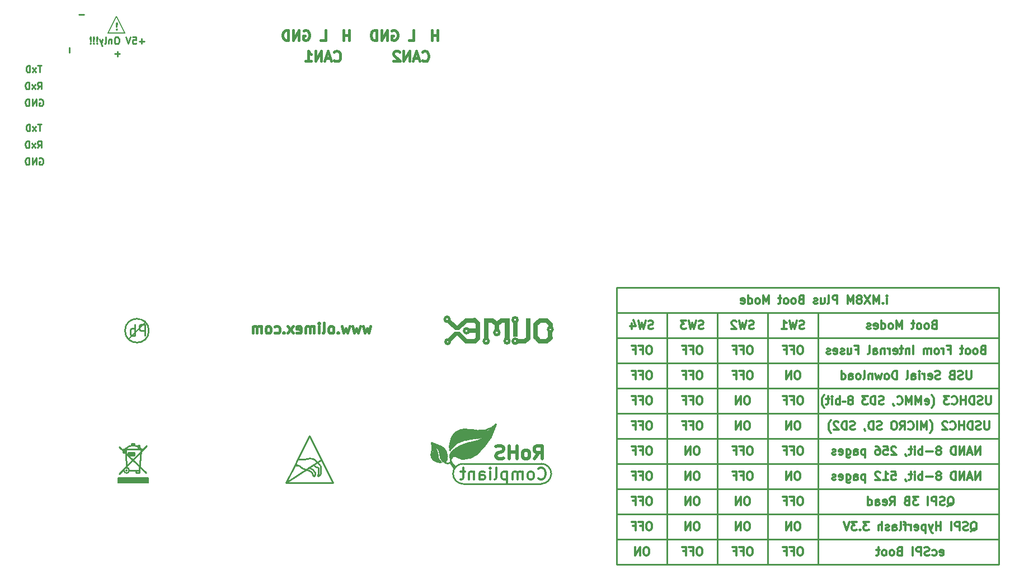
<source format=gbr>
G04 #@! TF.GenerationSoftware,KiCad,Pcbnew,5.1.0-rc2-unknown-036be7d~80~ubuntu16.04.1*
G04 #@! TF.CreationDate,2023-04-28T14:18:08+03:00*
G04 #@! TF.ProjectId,iMX8MPLUS-SOM-EVB_Rev_B,694d5838-4d50-44c5-9553-2d534f4d2d45,B*
G04 #@! TF.SameCoordinates,Original*
G04 #@! TF.FileFunction,Legend,Bot*
G04 #@! TF.FilePolarity,Positive*
%FSLAX46Y46*%
G04 Gerber Fmt 4.6, Leading zero omitted, Abs format (unit mm)*
G04 Created by KiCad (PCBNEW 5.1.0-rc2-unknown-036be7d~80~ubuntu16.04.1) date 2023-04-28 14:18:08*
%MOMM*%
%LPD*%
G04 APERTURE LIST*
%ADD10C,0.381000*%
%ADD11C,0.254000*%
%ADD12C,0.317500*%
%ADD13C,0.150000*%
%ADD14C,0.100000*%
%ADD15C,0.700000*%
%ADD16C,0.400000*%
%ADD17C,0.500000*%
%ADD18C,0.508000*%
%ADD19C,0.127000*%
%ADD20C,0.200000*%
%ADD21C,0.350000*%
G04 APERTURE END LIST*
D10*
X124260428Y-41184285D02*
X124333000Y-41256857D01*
X124550714Y-41329428D01*
X124695857Y-41329428D01*
X124913571Y-41256857D01*
X125058714Y-41111714D01*
X125131285Y-40966571D01*
X125203857Y-40676285D01*
X125203857Y-40458571D01*
X125131285Y-40168285D01*
X125058714Y-40023142D01*
X124913571Y-39878000D01*
X124695857Y-39805428D01*
X124550714Y-39805428D01*
X124333000Y-39878000D01*
X124260428Y-39950571D01*
X123679857Y-40894000D02*
X122954142Y-40894000D01*
X123825000Y-41329428D02*
X123317000Y-39805428D01*
X122809000Y-41329428D01*
X122301000Y-41329428D02*
X122301000Y-39805428D01*
X121430142Y-41329428D01*
X121430142Y-39805428D01*
X120777000Y-39950571D02*
X120704428Y-39878000D01*
X120559285Y-39805428D01*
X120196428Y-39805428D01*
X120051285Y-39878000D01*
X119978714Y-39950571D01*
X119906142Y-40095714D01*
X119906142Y-40240857D01*
X119978714Y-40458571D01*
X120849571Y-41329428D01*
X119906142Y-41329428D01*
X110925428Y-41184285D02*
X110998000Y-41256857D01*
X111215714Y-41329428D01*
X111360857Y-41329428D01*
X111578571Y-41256857D01*
X111723714Y-41111714D01*
X111796285Y-40966571D01*
X111868857Y-40676285D01*
X111868857Y-40458571D01*
X111796285Y-40168285D01*
X111723714Y-40023142D01*
X111578571Y-39878000D01*
X111360857Y-39805428D01*
X111215714Y-39805428D01*
X110998000Y-39878000D01*
X110925428Y-39950571D01*
X110344857Y-40894000D02*
X109619142Y-40894000D01*
X110490000Y-41329428D02*
X109982000Y-39805428D01*
X109474000Y-41329428D01*
X108966000Y-41329428D02*
X108966000Y-39805428D01*
X108095142Y-41329428D01*
X108095142Y-39805428D01*
X106571142Y-41329428D02*
X107442000Y-41329428D01*
X107006571Y-41329428D02*
X107006571Y-39805428D01*
X107151714Y-40023142D01*
X107296857Y-40168285D01*
X107442000Y-40240857D01*
X116440857Y-81461428D02*
X116150571Y-82477428D01*
X115860285Y-81751714D01*
X115570000Y-82477428D01*
X115279714Y-81461428D01*
X114844285Y-81461428D02*
X114554000Y-82477428D01*
X114263714Y-81751714D01*
X113973428Y-82477428D01*
X113683142Y-81461428D01*
X113247714Y-81461428D02*
X112957428Y-82477428D01*
X112667142Y-81751714D01*
X112376857Y-82477428D01*
X112086571Y-81461428D01*
X111506000Y-82332285D02*
X111433428Y-82404857D01*
X111506000Y-82477428D01*
X111578571Y-82404857D01*
X111506000Y-82332285D01*
X111506000Y-82477428D01*
X110562571Y-82477428D02*
X110707714Y-82404857D01*
X110780285Y-82332285D01*
X110852857Y-82187142D01*
X110852857Y-81751714D01*
X110780285Y-81606571D01*
X110707714Y-81534000D01*
X110562571Y-81461428D01*
X110344857Y-81461428D01*
X110199714Y-81534000D01*
X110127142Y-81606571D01*
X110054571Y-81751714D01*
X110054571Y-82187142D01*
X110127142Y-82332285D01*
X110199714Y-82404857D01*
X110344857Y-82477428D01*
X110562571Y-82477428D01*
X109183714Y-82477428D02*
X109328857Y-82404857D01*
X109401428Y-82259714D01*
X109401428Y-80953428D01*
X108603142Y-82477428D02*
X108603142Y-81461428D01*
X108603142Y-80953428D02*
X108675714Y-81026000D01*
X108603142Y-81098571D01*
X108530571Y-81026000D01*
X108603142Y-80953428D01*
X108603142Y-81098571D01*
X107877428Y-82477428D02*
X107877428Y-81461428D01*
X107877428Y-81606571D02*
X107804857Y-81534000D01*
X107659714Y-81461428D01*
X107442000Y-81461428D01*
X107296857Y-81534000D01*
X107224285Y-81679142D01*
X107224285Y-82477428D01*
X107224285Y-81679142D02*
X107151714Y-81534000D01*
X107006571Y-81461428D01*
X106788857Y-81461428D01*
X106643714Y-81534000D01*
X106571142Y-81679142D01*
X106571142Y-82477428D01*
X105264857Y-82404857D02*
X105410000Y-82477428D01*
X105700285Y-82477428D01*
X105845428Y-82404857D01*
X105918000Y-82259714D01*
X105918000Y-81679142D01*
X105845428Y-81534000D01*
X105700285Y-81461428D01*
X105410000Y-81461428D01*
X105264857Y-81534000D01*
X105192285Y-81679142D01*
X105192285Y-81824285D01*
X105918000Y-81969428D01*
X104684285Y-82477428D02*
X103886000Y-81461428D01*
X104684285Y-81461428D02*
X103886000Y-82477428D01*
X103305428Y-82332285D02*
X103232857Y-82404857D01*
X103305428Y-82477428D01*
X103378000Y-82404857D01*
X103305428Y-82332285D01*
X103305428Y-82477428D01*
X101926571Y-82404857D02*
X102071714Y-82477428D01*
X102362000Y-82477428D01*
X102507142Y-82404857D01*
X102579714Y-82332285D01*
X102652285Y-82187142D01*
X102652285Y-81751714D01*
X102579714Y-81606571D01*
X102507142Y-81534000D01*
X102362000Y-81461428D01*
X102071714Y-81461428D01*
X101926571Y-81534000D01*
X101055714Y-82477428D02*
X101200857Y-82404857D01*
X101273428Y-82332285D01*
X101346000Y-82187142D01*
X101346000Y-81751714D01*
X101273428Y-81606571D01*
X101200857Y-81534000D01*
X101055714Y-81461428D01*
X100838000Y-81461428D01*
X100692857Y-81534000D01*
X100620285Y-81606571D01*
X100547714Y-81751714D01*
X100547714Y-82187142D01*
X100620285Y-82332285D01*
X100692857Y-82404857D01*
X100838000Y-82477428D01*
X101055714Y-82477428D01*
X99894571Y-82477428D02*
X99894571Y-81461428D01*
X99894571Y-81606571D02*
X99822000Y-81534000D01*
X99676857Y-81461428D01*
X99459142Y-81461428D01*
X99314000Y-81534000D01*
X99241428Y-81679142D01*
X99241428Y-82477428D01*
X99241428Y-81679142D02*
X99168857Y-81534000D01*
X99023714Y-81461428D01*
X98806000Y-81461428D01*
X98660857Y-81534000D01*
X98588285Y-81679142D01*
X98588285Y-82477428D01*
D11*
X66306096Y-56007000D02*
X66402858Y-55958619D01*
X66548001Y-55958619D01*
X66693143Y-56007000D01*
X66789905Y-56103761D01*
X66838286Y-56200523D01*
X66886667Y-56394047D01*
X66886667Y-56539190D01*
X66838286Y-56732714D01*
X66789905Y-56829476D01*
X66693143Y-56926238D01*
X66548001Y-56974619D01*
X66451239Y-56974619D01*
X66306096Y-56926238D01*
X66257715Y-56877857D01*
X66257715Y-56539190D01*
X66451239Y-56539190D01*
X65822286Y-56974619D02*
X65822286Y-55958619D01*
X65241715Y-56974619D01*
X65241715Y-55958619D01*
X64757905Y-56974619D02*
X64757905Y-55958619D01*
X64516001Y-55958619D01*
X64370858Y-56007000D01*
X64274096Y-56103761D01*
X64225715Y-56200523D01*
X64177334Y-56394047D01*
X64177334Y-56539190D01*
X64225715Y-56732714D01*
X64274096Y-56829476D01*
X64370858Y-56926238D01*
X64516001Y-56974619D01*
X64757905Y-56974619D01*
X66009761Y-54434619D02*
X66348428Y-53950809D01*
X66590333Y-54434619D02*
X66590333Y-53418619D01*
X66203285Y-53418619D01*
X66106523Y-53467000D01*
X66058142Y-53515380D01*
X66009761Y-53612142D01*
X66009761Y-53757285D01*
X66058142Y-53854047D01*
X66106523Y-53902428D01*
X66203285Y-53950809D01*
X66590333Y-53950809D01*
X65671095Y-54434619D02*
X65138904Y-53757285D01*
X65671095Y-53757285D02*
X65138904Y-54434619D01*
X64751857Y-54434619D02*
X64751857Y-53418619D01*
X64509952Y-53418619D01*
X64364809Y-53467000D01*
X64268047Y-53563761D01*
X64219666Y-53660523D01*
X64171285Y-53854047D01*
X64171285Y-53999190D01*
X64219666Y-54192714D01*
X64268047Y-54289476D01*
X64364809Y-54386238D01*
X64509952Y-54434619D01*
X64751857Y-54434619D01*
X66614523Y-50878619D02*
X66033952Y-50878619D01*
X66324238Y-51894619D02*
X66324238Y-50878619D01*
X65792047Y-51894619D02*
X65259857Y-51217285D01*
X65792047Y-51217285D02*
X65259857Y-51894619D01*
X64872809Y-51894619D02*
X64872809Y-50878619D01*
X64630904Y-50878619D01*
X64485761Y-50927000D01*
X64389000Y-51023761D01*
X64340619Y-51120523D01*
X64292238Y-51314047D01*
X64292238Y-51459190D01*
X64340619Y-51652714D01*
X64389000Y-51749476D01*
X64485761Y-51846238D01*
X64630904Y-51894619D01*
X64872809Y-51894619D01*
X66306096Y-47117000D02*
X66402858Y-47068619D01*
X66548001Y-47068619D01*
X66693143Y-47117000D01*
X66789905Y-47213761D01*
X66838286Y-47310523D01*
X66886667Y-47504047D01*
X66886667Y-47649190D01*
X66838286Y-47842714D01*
X66789905Y-47939476D01*
X66693143Y-48036238D01*
X66548001Y-48084619D01*
X66451239Y-48084619D01*
X66306096Y-48036238D01*
X66257715Y-47987857D01*
X66257715Y-47649190D01*
X66451239Y-47649190D01*
X65822286Y-48084619D02*
X65822286Y-47068619D01*
X65241715Y-48084619D01*
X65241715Y-47068619D01*
X64757905Y-48084619D02*
X64757905Y-47068619D01*
X64516001Y-47068619D01*
X64370858Y-47117000D01*
X64274096Y-47213761D01*
X64225715Y-47310523D01*
X64177334Y-47504047D01*
X64177334Y-47649190D01*
X64225715Y-47842714D01*
X64274096Y-47939476D01*
X64370858Y-48036238D01*
X64516001Y-48084619D01*
X64757905Y-48084619D01*
X66009761Y-45544619D02*
X66348428Y-45060809D01*
X66590333Y-45544619D02*
X66590333Y-44528619D01*
X66203285Y-44528619D01*
X66106523Y-44577000D01*
X66058142Y-44625380D01*
X66009761Y-44722142D01*
X66009761Y-44867285D01*
X66058142Y-44964047D01*
X66106523Y-45012428D01*
X66203285Y-45060809D01*
X66590333Y-45060809D01*
X65671095Y-45544619D02*
X65138904Y-44867285D01*
X65671095Y-44867285D02*
X65138904Y-45544619D01*
X64751857Y-45544619D02*
X64751857Y-44528619D01*
X64509952Y-44528619D01*
X64364809Y-44577000D01*
X64268047Y-44673761D01*
X64219666Y-44770523D01*
X64171285Y-44964047D01*
X64171285Y-45109190D01*
X64219666Y-45302714D01*
X64268047Y-45399476D01*
X64364809Y-45496238D01*
X64509952Y-45544619D01*
X64751857Y-45544619D01*
X66614523Y-41988619D02*
X66033952Y-41988619D01*
X66324238Y-43004619D02*
X66324238Y-41988619D01*
X65792047Y-43004619D02*
X65259857Y-42327285D01*
X65792047Y-42327285D02*
X65259857Y-43004619D01*
X64872809Y-43004619D02*
X64872809Y-41988619D01*
X64630904Y-41988619D01*
X64485761Y-42037000D01*
X64389000Y-42133761D01*
X64340619Y-42230523D01*
X64292238Y-42424047D01*
X64292238Y-42569190D01*
X64340619Y-42762714D01*
X64389000Y-42859476D01*
X64485761Y-42956238D01*
X64630904Y-43004619D01*
X64872809Y-43004619D01*
X70811571Y-39236952D02*
X70811571Y-40011047D01*
X73031047Y-34235571D02*
X72256952Y-34235571D01*
X78492047Y-40204571D02*
X77717952Y-40204571D01*
X78105000Y-40591619D02*
X78105000Y-39817523D01*
X82169000Y-38299571D02*
X81394904Y-38299571D01*
X81781952Y-38686619D02*
X81781952Y-37912523D01*
X80427285Y-37670619D02*
X80911095Y-37670619D01*
X80959476Y-38154428D01*
X80911095Y-38106047D01*
X80814333Y-38057666D01*
X80572428Y-38057666D01*
X80475666Y-38106047D01*
X80427285Y-38154428D01*
X80378904Y-38251190D01*
X80378904Y-38493095D01*
X80427285Y-38589857D01*
X80475666Y-38638238D01*
X80572428Y-38686619D01*
X80814333Y-38686619D01*
X80911095Y-38638238D01*
X80959476Y-38589857D01*
X80088619Y-37670619D02*
X79749952Y-38686619D01*
X79411285Y-37670619D01*
X78105000Y-37670619D02*
X77911476Y-37670619D01*
X77814714Y-37719000D01*
X77717952Y-37815761D01*
X77669571Y-38009285D01*
X77669571Y-38347952D01*
X77717952Y-38541476D01*
X77814714Y-38638238D01*
X77911476Y-38686619D01*
X78105000Y-38686619D01*
X78201761Y-38638238D01*
X78298523Y-38541476D01*
X78346904Y-38347952D01*
X78346904Y-38009285D01*
X78298523Y-37815761D01*
X78201761Y-37719000D01*
X78105000Y-37670619D01*
X77234142Y-38009285D02*
X77234142Y-38686619D01*
X77234142Y-38106047D02*
X77185761Y-38057666D01*
X77089000Y-38009285D01*
X76943857Y-38009285D01*
X76847095Y-38057666D01*
X76798714Y-38154428D01*
X76798714Y-38686619D01*
X76169761Y-38686619D02*
X76266523Y-38638238D01*
X76314904Y-38541476D01*
X76314904Y-37670619D01*
X75879476Y-38009285D02*
X75637571Y-38686619D01*
X75395666Y-38009285D02*
X75637571Y-38686619D01*
X75734333Y-38928523D01*
X75782714Y-38976904D01*
X75879476Y-39025285D01*
X75008619Y-38589857D02*
X74960238Y-38638238D01*
X75008619Y-38686619D01*
X75057000Y-38638238D01*
X75008619Y-38589857D01*
X75008619Y-38686619D01*
X75008619Y-38299571D02*
X75057000Y-37719000D01*
X75008619Y-37670619D01*
X74960238Y-37719000D01*
X75008619Y-38299571D01*
X75008619Y-37670619D01*
X74524809Y-38589857D02*
X74476428Y-38638238D01*
X74524809Y-38686619D01*
X74573190Y-38638238D01*
X74524809Y-38589857D01*
X74524809Y-38686619D01*
X74524809Y-38299571D02*
X74573190Y-37719000D01*
X74524809Y-37670619D01*
X74476428Y-37719000D01*
X74524809Y-38299571D01*
X74524809Y-37670619D01*
X74041000Y-38589857D02*
X73992619Y-38638238D01*
X74041000Y-38686619D01*
X74089380Y-38638238D01*
X74041000Y-38589857D01*
X74041000Y-38686619D01*
X74041000Y-38299571D02*
X74089380Y-37719000D01*
X74041000Y-37670619D01*
X73992619Y-37719000D01*
X74041000Y-38299571D01*
X74041000Y-37670619D01*
D12*
X181549523Y-114874523D02*
X181307619Y-114874523D01*
X181186666Y-114935000D01*
X181065714Y-115055952D01*
X181005238Y-115297857D01*
X181005238Y-115721190D01*
X181065714Y-115963095D01*
X181186666Y-116084047D01*
X181307619Y-116144523D01*
X181549523Y-116144523D01*
X181670476Y-116084047D01*
X181791428Y-115963095D01*
X181851904Y-115721190D01*
X181851904Y-115297857D01*
X181791428Y-115055952D01*
X181670476Y-114935000D01*
X181549523Y-114874523D01*
X180037619Y-115479285D02*
X180460952Y-115479285D01*
X180460952Y-116144523D02*
X180460952Y-114874523D01*
X179856190Y-114874523D01*
X178949047Y-115479285D02*
X179372380Y-115479285D01*
X179372380Y-116144523D02*
X179372380Y-114874523D01*
X178767619Y-114874523D01*
X173929523Y-114874523D02*
X173687619Y-114874523D01*
X173566666Y-114935000D01*
X173445714Y-115055952D01*
X173385238Y-115297857D01*
X173385238Y-115721190D01*
X173445714Y-115963095D01*
X173566666Y-116084047D01*
X173687619Y-116144523D01*
X173929523Y-116144523D01*
X174050476Y-116084047D01*
X174171428Y-115963095D01*
X174231904Y-115721190D01*
X174231904Y-115297857D01*
X174171428Y-115055952D01*
X174050476Y-114935000D01*
X173929523Y-114874523D01*
X172417619Y-115479285D02*
X172840952Y-115479285D01*
X172840952Y-116144523D02*
X172840952Y-114874523D01*
X172236190Y-114874523D01*
X171329047Y-115479285D02*
X171752380Y-115479285D01*
X171752380Y-116144523D02*
X171752380Y-114874523D01*
X171147619Y-114874523D01*
X166309523Y-114874523D02*
X166067619Y-114874523D01*
X165946666Y-114935000D01*
X165825714Y-115055952D01*
X165765238Y-115297857D01*
X165765238Y-115721190D01*
X165825714Y-115963095D01*
X165946666Y-116084047D01*
X166067619Y-116144523D01*
X166309523Y-116144523D01*
X166430476Y-116084047D01*
X166551428Y-115963095D01*
X166611904Y-115721190D01*
X166611904Y-115297857D01*
X166551428Y-115055952D01*
X166430476Y-114935000D01*
X166309523Y-114874523D01*
X164797619Y-115479285D02*
X165220952Y-115479285D01*
X165220952Y-116144523D02*
X165220952Y-114874523D01*
X164616190Y-114874523D01*
X163709047Y-115479285D02*
X164132380Y-115479285D01*
X164132380Y-116144523D02*
X164132380Y-114874523D01*
X163527619Y-114874523D01*
X158266190Y-114874523D02*
X158024285Y-114874523D01*
X157903333Y-114935000D01*
X157782380Y-115055952D01*
X157721904Y-115297857D01*
X157721904Y-115721190D01*
X157782380Y-115963095D01*
X157903333Y-116084047D01*
X158024285Y-116144523D01*
X158266190Y-116144523D01*
X158387142Y-116084047D01*
X158508095Y-115963095D01*
X158568571Y-115721190D01*
X158568571Y-115297857D01*
X158508095Y-115055952D01*
X158387142Y-114935000D01*
X158266190Y-114874523D01*
X157177619Y-116144523D02*
X157177619Y-114874523D01*
X156451904Y-116144523D01*
X156451904Y-114874523D01*
X158689523Y-111064523D02*
X158447619Y-111064523D01*
X158326666Y-111125000D01*
X158205714Y-111245952D01*
X158145238Y-111487857D01*
X158145238Y-111911190D01*
X158205714Y-112153095D01*
X158326666Y-112274047D01*
X158447619Y-112334523D01*
X158689523Y-112334523D01*
X158810476Y-112274047D01*
X158931428Y-112153095D01*
X158991904Y-111911190D01*
X158991904Y-111487857D01*
X158931428Y-111245952D01*
X158810476Y-111125000D01*
X158689523Y-111064523D01*
X157177619Y-111669285D02*
X157600952Y-111669285D01*
X157600952Y-112334523D02*
X157600952Y-111064523D01*
X156996190Y-111064523D01*
X156089047Y-111669285D02*
X156512380Y-111669285D01*
X156512380Y-112334523D02*
X156512380Y-111064523D01*
X155907619Y-111064523D01*
X165886190Y-111064523D02*
X165644285Y-111064523D01*
X165523333Y-111125000D01*
X165402380Y-111245952D01*
X165341904Y-111487857D01*
X165341904Y-111911190D01*
X165402380Y-112153095D01*
X165523333Y-112274047D01*
X165644285Y-112334523D01*
X165886190Y-112334523D01*
X166007142Y-112274047D01*
X166128095Y-112153095D01*
X166188571Y-111911190D01*
X166188571Y-111487857D01*
X166128095Y-111245952D01*
X166007142Y-111125000D01*
X165886190Y-111064523D01*
X164797619Y-112334523D02*
X164797619Y-111064523D01*
X164071904Y-112334523D01*
X164071904Y-111064523D01*
X173506190Y-111064523D02*
X173264285Y-111064523D01*
X173143333Y-111125000D01*
X173022380Y-111245952D01*
X172961904Y-111487857D01*
X172961904Y-111911190D01*
X173022380Y-112153095D01*
X173143333Y-112274047D01*
X173264285Y-112334523D01*
X173506190Y-112334523D01*
X173627142Y-112274047D01*
X173748095Y-112153095D01*
X173808571Y-111911190D01*
X173808571Y-111487857D01*
X173748095Y-111245952D01*
X173627142Y-111125000D01*
X173506190Y-111064523D01*
X172417619Y-112334523D02*
X172417619Y-111064523D01*
X171691904Y-112334523D01*
X171691904Y-111064523D01*
X181126190Y-111064523D02*
X180884285Y-111064523D01*
X180763333Y-111125000D01*
X180642380Y-111245952D01*
X180581904Y-111487857D01*
X180581904Y-111911190D01*
X180642380Y-112153095D01*
X180763333Y-112274047D01*
X180884285Y-112334523D01*
X181126190Y-112334523D01*
X181247142Y-112274047D01*
X181368095Y-112153095D01*
X181428571Y-111911190D01*
X181428571Y-111487857D01*
X181368095Y-111245952D01*
X181247142Y-111125000D01*
X181126190Y-111064523D01*
X180037619Y-112334523D02*
X180037619Y-111064523D01*
X179311904Y-112334523D01*
X179311904Y-111064523D01*
X181549523Y-107254523D02*
X181307619Y-107254523D01*
X181186666Y-107315000D01*
X181065714Y-107435952D01*
X181005238Y-107677857D01*
X181005238Y-108101190D01*
X181065714Y-108343095D01*
X181186666Y-108464047D01*
X181307619Y-108524523D01*
X181549523Y-108524523D01*
X181670476Y-108464047D01*
X181791428Y-108343095D01*
X181851904Y-108101190D01*
X181851904Y-107677857D01*
X181791428Y-107435952D01*
X181670476Y-107315000D01*
X181549523Y-107254523D01*
X180037619Y-107859285D02*
X180460952Y-107859285D01*
X180460952Y-108524523D02*
X180460952Y-107254523D01*
X179856190Y-107254523D01*
X178949047Y-107859285D02*
X179372380Y-107859285D01*
X179372380Y-108524523D02*
X179372380Y-107254523D01*
X178767619Y-107254523D01*
X158689523Y-107254523D02*
X158447619Y-107254523D01*
X158326666Y-107315000D01*
X158205714Y-107435952D01*
X158145238Y-107677857D01*
X158145238Y-108101190D01*
X158205714Y-108343095D01*
X158326666Y-108464047D01*
X158447619Y-108524523D01*
X158689523Y-108524523D01*
X158810476Y-108464047D01*
X158931428Y-108343095D01*
X158991904Y-108101190D01*
X158991904Y-107677857D01*
X158931428Y-107435952D01*
X158810476Y-107315000D01*
X158689523Y-107254523D01*
X157177619Y-107859285D02*
X157600952Y-107859285D01*
X157600952Y-108524523D02*
X157600952Y-107254523D01*
X156996190Y-107254523D01*
X156089047Y-107859285D02*
X156512380Y-107859285D01*
X156512380Y-108524523D02*
X156512380Y-107254523D01*
X155907619Y-107254523D01*
X165886190Y-107254523D02*
X165644285Y-107254523D01*
X165523333Y-107315000D01*
X165402380Y-107435952D01*
X165341904Y-107677857D01*
X165341904Y-108101190D01*
X165402380Y-108343095D01*
X165523333Y-108464047D01*
X165644285Y-108524523D01*
X165886190Y-108524523D01*
X166007142Y-108464047D01*
X166128095Y-108343095D01*
X166188571Y-108101190D01*
X166188571Y-107677857D01*
X166128095Y-107435952D01*
X166007142Y-107315000D01*
X165886190Y-107254523D01*
X164797619Y-108524523D02*
X164797619Y-107254523D01*
X164071904Y-108524523D01*
X164071904Y-107254523D01*
X173506190Y-107254523D02*
X173264285Y-107254523D01*
X173143333Y-107315000D01*
X173022380Y-107435952D01*
X172961904Y-107677857D01*
X172961904Y-108101190D01*
X173022380Y-108343095D01*
X173143333Y-108464047D01*
X173264285Y-108524523D01*
X173506190Y-108524523D01*
X173627142Y-108464047D01*
X173748095Y-108343095D01*
X173808571Y-108101190D01*
X173808571Y-107677857D01*
X173748095Y-107435952D01*
X173627142Y-107315000D01*
X173506190Y-107254523D01*
X172417619Y-108524523D02*
X172417619Y-107254523D01*
X171691904Y-108524523D01*
X171691904Y-107254523D01*
X158689523Y-103444523D02*
X158447619Y-103444523D01*
X158326666Y-103505000D01*
X158205714Y-103625952D01*
X158145238Y-103867857D01*
X158145238Y-104291190D01*
X158205714Y-104533095D01*
X158326666Y-104654047D01*
X158447619Y-104714523D01*
X158689523Y-104714523D01*
X158810476Y-104654047D01*
X158931428Y-104533095D01*
X158991904Y-104291190D01*
X158991904Y-103867857D01*
X158931428Y-103625952D01*
X158810476Y-103505000D01*
X158689523Y-103444523D01*
X157177619Y-104049285D02*
X157600952Y-104049285D01*
X157600952Y-104714523D02*
X157600952Y-103444523D01*
X156996190Y-103444523D01*
X156089047Y-104049285D02*
X156512380Y-104049285D01*
X156512380Y-104714523D02*
X156512380Y-103444523D01*
X155907619Y-103444523D01*
X173929523Y-103444523D02*
X173687619Y-103444523D01*
X173566666Y-103505000D01*
X173445714Y-103625952D01*
X173385238Y-103867857D01*
X173385238Y-104291190D01*
X173445714Y-104533095D01*
X173566666Y-104654047D01*
X173687619Y-104714523D01*
X173929523Y-104714523D01*
X174050476Y-104654047D01*
X174171428Y-104533095D01*
X174231904Y-104291190D01*
X174231904Y-103867857D01*
X174171428Y-103625952D01*
X174050476Y-103505000D01*
X173929523Y-103444523D01*
X172417619Y-104049285D02*
X172840952Y-104049285D01*
X172840952Y-104714523D02*
X172840952Y-103444523D01*
X172236190Y-103444523D01*
X171329047Y-104049285D02*
X171752380Y-104049285D01*
X171752380Y-104714523D02*
X171752380Y-103444523D01*
X171147619Y-103444523D01*
X165886190Y-103444523D02*
X165644285Y-103444523D01*
X165523333Y-103505000D01*
X165402380Y-103625952D01*
X165341904Y-103867857D01*
X165341904Y-104291190D01*
X165402380Y-104533095D01*
X165523333Y-104654047D01*
X165644285Y-104714523D01*
X165886190Y-104714523D01*
X166007142Y-104654047D01*
X166128095Y-104533095D01*
X166188571Y-104291190D01*
X166188571Y-103867857D01*
X166128095Y-103625952D01*
X166007142Y-103505000D01*
X165886190Y-103444523D01*
X164797619Y-104714523D02*
X164797619Y-103444523D01*
X164071904Y-104714523D01*
X164071904Y-103444523D01*
X181126190Y-103444523D02*
X180884285Y-103444523D01*
X180763333Y-103505000D01*
X180642380Y-103625952D01*
X180581904Y-103867857D01*
X180581904Y-104291190D01*
X180642380Y-104533095D01*
X180763333Y-104654047D01*
X180884285Y-104714523D01*
X181126190Y-104714523D01*
X181247142Y-104654047D01*
X181368095Y-104533095D01*
X181428571Y-104291190D01*
X181428571Y-103867857D01*
X181368095Y-103625952D01*
X181247142Y-103505000D01*
X181126190Y-103444523D01*
X180037619Y-104714523D02*
X180037619Y-103444523D01*
X179311904Y-104714523D01*
X179311904Y-103444523D01*
X181549523Y-99634523D02*
X181307619Y-99634523D01*
X181186666Y-99695000D01*
X181065714Y-99815952D01*
X181005238Y-100057857D01*
X181005238Y-100481190D01*
X181065714Y-100723095D01*
X181186666Y-100844047D01*
X181307619Y-100904523D01*
X181549523Y-100904523D01*
X181670476Y-100844047D01*
X181791428Y-100723095D01*
X181851904Y-100481190D01*
X181851904Y-100057857D01*
X181791428Y-99815952D01*
X181670476Y-99695000D01*
X181549523Y-99634523D01*
X180037619Y-100239285D02*
X180460952Y-100239285D01*
X180460952Y-100904523D02*
X180460952Y-99634523D01*
X179856190Y-99634523D01*
X178949047Y-100239285D02*
X179372380Y-100239285D01*
X179372380Y-100904523D02*
X179372380Y-99634523D01*
X178767619Y-99634523D01*
X173929523Y-99634523D02*
X173687619Y-99634523D01*
X173566666Y-99695000D01*
X173445714Y-99815952D01*
X173385238Y-100057857D01*
X173385238Y-100481190D01*
X173445714Y-100723095D01*
X173566666Y-100844047D01*
X173687619Y-100904523D01*
X173929523Y-100904523D01*
X174050476Y-100844047D01*
X174171428Y-100723095D01*
X174231904Y-100481190D01*
X174231904Y-100057857D01*
X174171428Y-99815952D01*
X174050476Y-99695000D01*
X173929523Y-99634523D01*
X172417619Y-100239285D02*
X172840952Y-100239285D01*
X172840952Y-100904523D02*
X172840952Y-99634523D01*
X172236190Y-99634523D01*
X171329047Y-100239285D02*
X171752380Y-100239285D01*
X171752380Y-100904523D02*
X171752380Y-99634523D01*
X171147619Y-99634523D01*
X158689523Y-99634523D02*
X158447619Y-99634523D01*
X158326666Y-99695000D01*
X158205714Y-99815952D01*
X158145238Y-100057857D01*
X158145238Y-100481190D01*
X158205714Y-100723095D01*
X158326666Y-100844047D01*
X158447619Y-100904523D01*
X158689523Y-100904523D01*
X158810476Y-100844047D01*
X158931428Y-100723095D01*
X158991904Y-100481190D01*
X158991904Y-100057857D01*
X158931428Y-99815952D01*
X158810476Y-99695000D01*
X158689523Y-99634523D01*
X157177619Y-100239285D02*
X157600952Y-100239285D01*
X157600952Y-100904523D02*
X157600952Y-99634523D01*
X156996190Y-99634523D01*
X156089047Y-100239285D02*
X156512380Y-100239285D01*
X156512380Y-100904523D02*
X156512380Y-99634523D01*
X155907619Y-99634523D01*
X165886190Y-99634523D02*
X165644285Y-99634523D01*
X165523333Y-99695000D01*
X165402380Y-99815952D01*
X165341904Y-100057857D01*
X165341904Y-100481190D01*
X165402380Y-100723095D01*
X165523333Y-100844047D01*
X165644285Y-100904523D01*
X165886190Y-100904523D01*
X166007142Y-100844047D01*
X166128095Y-100723095D01*
X166188571Y-100481190D01*
X166188571Y-100057857D01*
X166128095Y-99815952D01*
X166007142Y-99695000D01*
X165886190Y-99634523D01*
X164797619Y-100904523D02*
X164797619Y-99634523D01*
X164071904Y-100904523D01*
X164071904Y-99634523D01*
X158689523Y-95824523D02*
X158447619Y-95824523D01*
X158326666Y-95885000D01*
X158205714Y-96005952D01*
X158145238Y-96247857D01*
X158145238Y-96671190D01*
X158205714Y-96913095D01*
X158326666Y-97034047D01*
X158447619Y-97094523D01*
X158689523Y-97094523D01*
X158810476Y-97034047D01*
X158931428Y-96913095D01*
X158991904Y-96671190D01*
X158991904Y-96247857D01*
X158931428Y-96005952D01*
X158810476Y-95885000D01*
X158689523Y-95824523D01*
X157177619Y-96429285D02*
X157600952Y-96429285D01*
X157600952Y-97094523D02*
X157600952Y-95824523D01*
X156996190Y-95824523D01*
X156089047Y-96429285D02*
X156512380Y-96429285D01*
X156512380Y-97094523D02*
X156512380Y-95824523D01*
X155907619Y-95824523D01*
X166309523Y-95824523D02*
X166067619Y-95824523D01*
X165946666Y-95885000D01*
X165825714Y-96005952D01*
X165765238Y-96247857D01*
X165765238Y-96671190D01*
X165825714Y-96913095D01*
X165946666Y-97034047D01*
X166067619Y-97094523D01*
X166309523Y-97094523D01*
X166430476Y-97034047D01*
X166551428Y-96913095D01*
X166611904Y-96671190D01*
X166611904Y-96247857D01*
X166551428Y-96005952D01*
X166430476Y-95885000D01*
X166309523Y-95824523D01*
X164797619Y-96429285D02*
X165220952Y-96429285D01*
X165220952Y-97094523D02*
X165220952Y-95824523D01*
X164616190Y-95824523D01*
X163709047Y-96429285D02*
X164132380Y-96429285D01*
X164132380Y-97094523D02*
X164132380Y-95824523D01*
X163527619Y-95824523D01*
X181126190Y-95824523D02*
X180884285Y-95824523D01*
X180763333Y-95885000D01*
X180642380Y-96005952D01*
X180581904Y-96247857D01*
X180581904Y-96671190D01*
X180642380Y-96913095D01*
X180763333Y-97034047D01*
X180884285Y-97094523D01*
X181126190Y-97094523D01*
X181247142Y-97034047D01*
X181368095Y-96913095D01*
X181428571Y-96671190D01*
X181428571Y-96247857D01*
X181368095Y-96005952D01*
X181247142Y-95885000D01*
X181126190Y-95824523D01*
X180037619Y-97094523D02*
X180037619Y-95824523D01*
X179311904Y-97094523D01*
X179311904Y-95824523D01*
X173506190Y-95824523D02*
X173264285Y-95824523D01*
X173143333Y-95885000D01*
X173022380Y-96005952D01*
X172961904Y-96247857D01*
X172961904Y-96671190D01*
X173022380Y-96913095D01*
X173143333Y-97034047D01*
X173264285Y-97094523D01*
X173506190Y-97094523D01*
X173627142Y-97034047D01*
X173748095Y-96913095D01*
X173808571Y-96671190D01*
X173808571Y-96247857D01*
X173748095Y-96005952D01*
X173627142Y-95885000D01*
X173506190Y-95824523D01*
X172417619Y-97094523D02*
X172417619Y-95824523D01*
X171691904Y-97094523D01*
X171691904Y-95824523D01*
X158689523Y-92014523D02*
X158447619Y-92014523D01*
X158326666Y-92075000D01*
X158205714Y-92195952D01*
X158145238Y-92437857D01*
X158145238Y-92861190D01*
X158205714Y-93103095D01*
X158326666Y-93224047D01*
X158447619Y-93284523D01*
X158689523Y-93284523D01*
X158810476Y-93224047D01*
X158931428Y-93103095D01*
X158991904Y-92861190D01*
X158991904Y-92437857D01*
X158931428Y-92195952D01*
X158810476Y-92075000D01*
X158689523Y-92014523D01*
X157177619Y-92619285D02*
X157600952Y-92619285D01*
X157600952Y-93284523D02*
X157600952Y-92014523D01*
X156996190Y-92014523D01*
X156089047Y-92619285D02*
X156512380Y-92619285D01*
X156512380Y-93284523D02*
X156512380Y-92014523D01*
X155907619Y-92014523D01*
X166309523Y-92014523D02*
X166067619Y-92014523D01*
X165946666Y-92075000D01*
X165825714Y-92195952D01*
X165765238Y-92437857D01*
X165765238Y-92861190D01*
X165825714Y-93103095D01*
X165946666Y-93224047D01*
X166067619Y-93284523D01*
X166309523Y-93284523D01*
X166430476Y-93224047D01*
X166551428Y-93103095D01*
X166611904Y-92861190D01*
X166611904Y-92437857D01*
X166551428Y-92195952D01*
X166430476Y-92075000D01*
X166309523Y-92014523D01*
X164797619Y-92619285D02*
X165220952Y-92619285D01*
X165220952Y-93284523D02*
X165220952Y-92014523D01*
X164616190Y-92014523D01*
X163709047Y-92619285D02*
X164132380Y-92619285D01*
X164132380Y-93284523D02*
X164132380Y-92014523D01*
X163527619Y-92014523D01*
X181549523Y-92014523D02*
X181307619Y-92014523D01*
X181186666Y-92075000D01*
X181065714Y-92195952D01*
X181005238Y-92437857D01*
X181005238Y-92861190D01*
X181065714Y-93103095D01*
X181186666Y-93224047D01*
X181307619Y-93284523D01*
X181549523Y-93284523D01*
X181670476Y-93224047D01*
X181791428Y-93103095D01*
X181851904Y-92861190D01*
X181851904Y-92437857D01*
X181791428Y-92195952D01*
X181670476Y-92075000D01*
X181549523Y-92014523D01*
X180037619Y-92619285D02*
X180460952Y-92619285D01*
X180460952Y-93284523D02*
X180460952Y-92014523D01*
X179856190Y-92014523D01*
X178949047Y-92619285D02*
X179372380Y-92619285D01*
X179372380Y-93284523D02*
X179372380Y-92014523D01*
X178767619Y-92014523D01*
X173506190Y-92014523D02*
X173264285Y-92014523D01*
X173143333Y-92075000D01*
X173022380Y-92195952D01*
X172961904Y-92437857D01*
X172961904Y-92861190D01*
X173022380Y-93103095D01*
X173143333Y-93224047D01*
X173264285Y-93284523D01*
X173506190Y-93284523D01*
X173627142Y-93224047D01*
X173748095Y-93103095D01*
X173808571Y-92861190D01*
X173808571Y-92437857D01*
X173748095Y-92195952D01*
X173627142Y-92075000D01*
X173506190Y-92014523D01*
X172417619Y-93284523D02*
X172417619Y-92014523D01*
X171691904Y-93284523D01*
X171691904Y-92014523D01*
X158689523Y-88204523D02*
X158447619Y-88204523D01*
X158326666Y-88265000D01*
X158205714Y-88385952D01*
X158145238Y-88627857D01*
X158145238Y-89051190D01*
X158205714Y-89293095D01*
X158326666Y-89414047D01*
X158447619Y-89474523D01*
X158689523Y-89474523D01*
X158810476Y-89414047D01*
X158931428Y-89293095D01*
X158991904Y-89051190D01*
X158991904Y-88627857D01*
X158931428Y-88385952D01*
X158810476Y-88265000D01*
X158689523Y-88204523D01*
X157177619Y-88809285D02*
X157600952Y-88809285D01*
X157600952Y-89474523D02*
X157600952Y-88204523D01*
X156996190Y-88204523D01*
X156089047Y-88809285D02*
X156512380Y-88809285D01*
X156512380Y-89474523D02*
X156512380Y-88204523D01*
X155907619Y-88204523D01*
X166309523Y-88204523D02*
X166067619Y-88204523D01*
X165946666Y-88265000D01*
X165825714Y-88385952D01*
X165765238Y-88627857D01*
X165765238Y-89051190D01*
X165825714Y-89293095D01*
X165946666Y-89414047D01*
X166067619Y-89474523D01*
X166309523Y-89474523D01*
X166430476Y-89414047D01*
X166551428Y-89293095D01*
X166611904Y-89051190D01*
X166611904Y-88627857D01*
X166551428Y-88385952D01*
X166430476Y-88265000D01*
X166309523Y-88204523D01*
X164797619Y-88809285D02*
X165220952Y-88809285D01*
X165220952Y-89474523D02*
X165220952Y-88204523D01*
X164616190Y-88204523D01*
X163709047Y-88809285D02*
X164132380Y-88809285D01*
X164132380Y-89474523D02*
X164132380Y-88204523D01*
X163527619Y-88204523D01*
X173929523Y-88204523D02*
X173687619Y-88204523D01*
X173566666Y-88265000D01*
X173445714Y-88385952D01*
X173385238Y-88627857D01*
X173385238Y-89051190D01*
X173445714Y-89293095D01*
X173566666Y-89414047D01*
X173687619Y-89474523D01*
X173929523Y-89474523D01*
X174050476Y-89414047D01*
X174171428Y-89293095D01*
X174231904Y-89051190D01*
X174231904Y-88627857D01*
X174171428Y-88385952D01*
X174050476Y-88265000D01*
X173929523Y-88204523D01*
X172417619Y-88809285D02*
X172840952Y-88809285D01*
X172840952Y-89474523D02*
X172840952Y-88204523D01*
X172236190Y-88204523D01*
X171329047Y-88809285D02*
X171752380Y-88809285D01*
X171752380Y-89474523D02*
X171752380Y-88204523D01*
X171147619Y-88204523D01*
X181126190Y-88204523D02*
X180884285Y-88204523D01*
X180763333Y-88265000D01*
X180642380Y-88385952D01*
X180581904Y-88627857D01*
X180581904Y-89051190D01*
X180642380Y-89293095D01*
X180763333Y-89414047D01*
X180884285Y-89474523D01*
X181126190Y-89474523D01*
X181247142Y-89414047D01*
X181368095Y-89293095D01*
X181428571Y-89051190D01*
X181428571Y-88627857D01*
X181368095Y-88385952D01*
X181247142Y-88265000D01*
X181126190Y-88204523D01*
X180037619Y-89474523D02*
X180037619Y-88204523D01*
X179311904Y-89474523D01*
X179311904Y-88204523D01*
X181549523Y-84394523D02*
X181307619Y-84394523D01*
X181186666Y-84455000D01*
X181065714Y-84575952D01*
X181005238Y-84817857D01*
X181005238Y-85241190D01*
X181065714Y-85483095D01*
X181186666Y-85604047D01*
X181307619Y-85664523D01*
X181549523Y-85664523D01*
X181670476Y-85604047D01*
X181791428Y-85483095D01*
X181851904Y-85241190D01*
X181851904Y-84817857D01*
X181791428Y-84575952D01*
X181670476Y-84455000D01*
X181549523Y-84394523D01*
X180037619Y-84999285D02*
X180460952Y-84999285D01*
X180460952Y-85664523D02*
X180460952Y-84394523D01*
X179856190Y-84394523D01*
X178949047Y-84999285D02*
X179372380Y-84999285D01*
X179372380Y-85664523D02*
X179372380Y-84394523D01*
X178767619Y-84394523D01*
X173929523Y-84394523D02*
X173687619Y-84394523D01*
X173566666Y-84455000D01*
X173445714Y-84575952D01*
X173385238Y-84817857D01*
X173385238Y-85241190D01*
X173445714Y-85483095D01*
X173566666Y-85604047D01*
X173687619Y-85664523D01*
X173929523Y-85664523D01*
X174050476Y-85604047D01*
X174171428Y-85483095D01*
X174231904Y-85241190D01*
X174231904Y-84817857D01*
X174171428Y-84575952D01*
X174050476Y-84455000D01*
X173929523Y-84394523D01*
X172417619Y-84999285D02*
X172840952Y-84999285D01*
X172840952Y-85664523D02*
X172840952Y-84394523D01*
X172236190Y-84394523D01*
X171329047Y-84999285D02*
X171752380Y-84999285D01*
X171752380Y-85664523D02*
X171752380Y-84394523D01*
X171147619Y-84394523D01*
X166309523Y-84394523D02*
X166067619Y-84394523D01*
X165946666Y-84455000D01*
X165825714Y-84575952D01*
X165765238Y-84817857D01*
X165765238Y-85241190D01*
X165825714Y-85483095D01*
X165946666Y-85604047D01*
X166067619Y-85664523D01*
X166309523Y-85664523D01*
X166430476Y-85604047D01*
X166551428Y-85483095D01*
X166611904Y-85241190D01*
X166611904Y-84817857D01*
X166551428Y-84575952D01*
X166430476Y-84455000D01*
X166309523Y-84394523D01*
X164797619Y-84999285D02*
X165220952Y-84999285D01*
X165220952Y-85664523D02*
X165220952Y-84394523D01*
X164616190Y-84394523D01*
X163709047Y-84999285D02*
X164132380Y-84999285D01*
X164132380Y-85664523D02*
X164132380Y-84394523D01*
X163527619Y-84394523D01*
X158689523Y-84394523D02*
X158447619Y-84394523D01*
X158326666Y-84455000D01*
X158205714Y-84575952D01*
X158145238Y-84817857D01*
X158145238Y-85241190D01*
X158205714Y-85483095D01*
X158326666Y-85604047D01*
X158447619Y-85664523D01*
X158689523Y-85664523D01*
X158810476Y-85604047D01*
X158931428Y-85483095D01*
X158991904Y-85241190D01*
X158991904Y-84817857D01*
X158931428Y-84575952D01*
X158810476Y-84455000D01*
X158689523Y-84394523D01*
X157177619Y-84999285D02*
X157600952Y-84999285D01*
X157600952Y-85664523D02*
X157600952Y-84394523D01*
X156996190Y-84394523D01*
X156089047Y-84999285D02*
X156512380Y-84999285D01*
X156512380Y-85664523D02*
X156512380Y-84394523D01*
X155907619Y-84394523D01*
X202595238Y-116084047D02*
X202716190Y-116144523D01*
X202958095Y-116144523D01*
X203079047Y-116084047D01*
X203139523Y-115963095D01*
X203139523Y-115479285D01*
X203079047Y-115358333D01*
X202958095Y-115297857D01*
X202716190Y-115297857D01*
X202595238Y-115358333D01*
X202534761Y-115479285D01*
X202534761Y-115600238D01*
X203139523Y-115721190D01*
X201446190Y-116084047D02*
X201567142Y-116144523D01*
X201809047Y-116144523D01*
X201930000Y-116084047D01*
X201990476Y-116023571D01*
X202050952Y-115902619D01*
X202050952Y-115539761D01*
X201990476Y-115418809D01*
X201930000Y-115358333D01*
X201809047Y-115297857D01*
X201567142Y-115297857D01*
X201446190Y-115358333D01*
X200962380Y-116084047D02*
X200780952Y-116144523D01*
X200478571Y-116144523D01*
X200357619Y-116084047D01*
X200297142Y-116023571D01*
X200236666Y-115902619D01*
X200236666Y-115781666D01*
X200297142Y-115660714D01*
X200357619Y-115600238D01*
X200478571Y-115539761D01*
X200720476Y-115479285D01*
X200841428Y-115418809D01*
X200901904Y-115358333D01*
X200962380Y-115237380D01*
X200962380Y-115116428D01*
X200901904Y-114995476D01*
X200841428Y-114935000D01*
X200720476Y-114874523D01*
X200418095Y-114874523D01*
X200236666Y-114935000D01*
X199692380Y-116144523D02*
X199692380Y-114874523D01*
X199208571Y-114874523D01*
X199087619Y-114935000D01*
X199027142Y-114995476D01*
X198966666Y-115116428D01*
X198966666Y-115297857D01*
X199027142Y-115418809D01*
X199087619Y-115479285D01*
X199208571Y-115539761D01*
X199692380Y-115539761D01*
X198422380Y-116144523D02*
X198422380Y-114874523D01*
X196426666Y-115479285D02*
X196245238Y-115539761D01*
X196184761Y-115600238D01*
X196124285Y-115721190D01*
X196124285Y-115902619D01*
X196184761Y-116023571D01*
X196245238Y-116084047D01*
X196366190Y-116144523D01*
X196850000Y-116144523D01*
X196850000Y-114874523D01*
X196426666Y-114874523D01*
X196305714Y-114935000D01*
X196245238Y-114995476D01*
X196184761Y-115116428D01*
X196184761Y-115237380D01*
X196245238Y-115358333D01*
X196305714Y-115418809D01*
X196426666Y-115479285D01*
X196850000Y-115479285D01*
X195398571Y-116144523D02*
X195519523Y-116084047D01*
X195580000Y-116023571D01*
X195640476Y-115902619D01*
X195640476Y-115539761D01*
X195580000Y-115418809D01*
X195519523Y-115358333D01*
X195398571Y-115297857D01*
X195217142Y-115297857D01*
X195096190Y-115358333D01*
X195035714Y-115418809D01*
X194975238Y-115539761D01*
X194975238Y-115902619D01*
X195035714Y-116023571D01*
X195096190Y-116084047D01*
X195217142Y-116144523D01*
X195398571Y-116144523D01*
X194249523Y-116144523D02*
X194370476Y-116084047D01*
X194430952Y-116023571D01*
X194491428Y-115902619D01*
X194491428Y-115539761D01*
X194430952Y-115418809D01*
X194370476Y-115358333D01*
X194249523Y-115297857D01*
X194068095Y-115297857D01*
X193947142Y-115358333D01*
X193886666Y-115418809D01*
X193826190Y-115539761D01*
X193826190Y-115902619D01*
X193886666Y-116023571D01*
X193947142Y-116084047D01*
X194068095Y-116144523D01*
X194249523Y-116144523D01*
X193463333Y-115297857D02*
X192979523Y-115297857D01*
X193281904Y-114874523D02*
X193281904Y-115963095D01*
X193221428Y-116084047D01*
X193100476Y-116144523D01*
X192979523Y-116144523D01*
X207221666Y-112455476D02*
X207342619Y-112395000D01*
X207463571Y-112274047D01*
X207645000Y-112092619D01*
X207765952Y-112032142D01*
X207886904Y-112032142D01*
X207826428Y-112334523D02*
X207947380Y-112274047D01*
X208068333Y-112153095D01*
X208128809Y-111911190D01*
X208128809Y-111487857D01*
X208068333Y-111245952D01*
X207947380Y-111125000D01*
X207826428Y-111064523D01*
X207584523Y-111064523D01*
X207463571Y-111125000D01*
X207342619Y-111245952D01*
X207282142Y-111487857D01*
X207282142Y-111911190D01*
X207342619Y-112153095D01*
X207463571Y-112274047D01*
X207584523Y-112334523D01*
X207826428Y-112334523D01*
X206798333Y-112274047D02*
X206616904Y-112334523D01*
X206314523Y-112334523D01*
X206193571Y-112274047D01*
X206133095Y-112213571D01*
X206072619Y-112092619D01*
X206072619Y-111971666D01*
X206133095Y-111850714D01*
X206193571Y-111790238D01*
X206314523Y-111729761D01*
X206556428Y-111669285D01*
X206677380Y-111608809D01*
X206737857Y-111548333D01*
X206798333Y-111427380D01*
X206798333Y-111306428D01*
X206737857Y-111185476D01*
X206677380Y-111125000D01*
X206556428Y-111064523D01*
X206254047Y-111064523D01*
X206072619Y-111125000D01*
X205528333Y-112334523D02*
X205528333Y-111064523D01*
X205044523Y-111064523D01*
X204923571Y-111125000D01*
X204863095Y-111185476D01*
X204802619Y-111306428D01*
X204802619Y-111487857D01*
X204863095Y-111608809D01*
X204923571Y-111669285D01*
X205044523Y-111729761D01*
X205528333Y-111729761D01*
X204258333Y-112334523D02*
X204258333Y-111064523D01*
X202685952Y-112334523D02*
X202685952Y-111064523D01*
X202685952Y-111669285D02*
X201960238Y-111669285D01*
X201960238Y-112334523D02*
X201960238Y-111064523D01*
X201476428Y-111487857D02*
X201174047Y-112334523D01*
X200871666Y-111487857D02*
X201174047Y-112334523D01*
X201295000Y-112636904D01*
X201355476Y-112697380D01*
X201476428Y-112757857D01*
X200387857Y-111487857D02*
X200387857Y-112757857D01*
X200387857Y-111548333D02*
X200266904Y-111487857D01*
X200025000Y-111487857D01*
X199904047Y-111548333D01*
X199843571Y-111608809D01*
X199783095Y-111729761D01*
X199783095Y-112092619D01*
X199843571Y-112213571D01*
X199904047Y-112274047D01*
X200025000Y-112334523D01*
X200266904Y-112334523D01*
X200387857Y-112274047D01*
X198755000Y-112274047D02*
X198875952Y-112334523D01*
X199117857Y-112334523D01*
X199238809Y-112274047D01*
X199299285Y-112153095D01*
X199299285Y-111669285D01*
X199238809Y-111548333D01*
X199117857Y-111487857D01*
X198875952Y-111487857D01*
X198755000Y-111548333D01*
X198694523Y-111669285D01*
X198694523Y-111790238D01*
X199299285Y-111911190D01*
X198150238Y-112334523D02*
X198150238Y-111487857D01*
X198150238Y-111729761D02*
X198089761Y-111608809D01*
X198029285Y-111548333D01*
X197908333Y-111487857D01*
X197787380Y-111487857D01*
X197545476Y-111487857D02*
X197061666Y-111487857D01*
X197364047Y-112334523D02*
X197364047Y-111245952D01*
X197303571Y-111125000D01*
X197182619Y-111064523D01*
X197061666Y-111064523D01*
X196456904Y-112334523D02*
X196577857Y-112274047D01*
X196638333Y-112153095D01*
X196638333Y-111064523D01*
X195428809Y-112334523D02*
X195428809Y-111669285D01*
X195489285Y-111548333D01*
X195610238Y-111487857D01*
X195852142Y-111487857D01*
X195973095Y-111548333D01*
X195428809Y-112274047D02*
X195549761Y-112334523D01*
X195852142Y-112334523D01*
X195973095Y-112274047D01*
X196033571Y-112153095D01*
X196033571Y-112032142D01*
X195973095Y-111911190D01*
X195852142Y-111850714D01*
X195549761Y-111850714D01*
X195428809Y-111790238D01*
X194884523Y-112274047D02*
X194763571Y-112334523D01*
X194521666Y-112334523D01*
X194400714Y-112274047D01*
X194340238Y-112153095D01*
X194340238Y-112092619D01*
X194400714Y-111971666D01*
X194521666Y-111911190D01*
X194703095Y-111911190D01*
X194824047Y-111850714D01*
X194884523Y-111729761D01*
X194884523Y-111669285D01*
X194824047Y-111548333D01*
X194703095Y-111487857D01*
X194521666Y-111487857D01*
X194400714Y-111548333D01*
X193795952Y-112334523D02*
X193795952Y-111064523D01*
X193251666Y-112334523D02*
X193251666Y-111669285D01*
X193312142Y-111548333D01*
X193433095Y-111487857D01*
X193614523Y-111487857D01*
X193735476Y-111548333D01*
X193795952Y-111608809D01*
X191800238Y-111064523D02*
X191014047Y-111064523D01*
X191437380Y-111548333D01*
X191255952Y-111548333D01*
X191135000Y-111608809D01*
X191074523Y-111669285D01*
X191014047Y-111790238D01*
X191014047Y-112092619D01*
X191074523Y-112213571D01*
X191135000Y-112274047D01*
X191255952Y-112334523D01*
X191618809Y-112334523D01*
X191739761Y-112274047D01*
X191800238Y-112213571D01*
X190469761Y-112213571D02*
X190409285Y-112274047D01*
X190469761Y-112334523D01*
X190530238Y-112274047D01*
X190469761Y-112213571D01*
X190469761Y-112334523D01*
X189985952Y-111064523D02*
X189199761Y-111064523D01*
X189623095Y-111548333D01*
X189441666Y-111548333D01*
X189320714Y-111608809D01*
X189260238Y-111669285D01*
X189199761Y-111790238D01*
X189199761Y-112092619D01*
X189260238Y-112213571D01*
X189320714Y-112274047D01*
X189441666Y-112334523D01*
X189804523Y-112334523D01*
X189925476Y-112274047D01*
X189985952Y-112213571D01*
X188836904Y-111064523D02*
X188413571Y-112334523D01*
X187990238Y-111064523D01*
X203714047Y-108645476D02*
X203835000Y-108585000D01*
X203955952Y-108464047D01*
X204137380Y-108282619D01*
X204258333Y-108222142D01*
X204379285Y-108222142D01*
X204318809Y-108524523D02*
X204439761Y-108464047D01*
X204560714Y-108343095D01*
X204621190Y-108101190D01*
X204621190Y-107677857D01*
X204560714Y-107435952D01*
X204439761Y-107315000D01*
X204318809Y-107254523D01*
X204076904Y-107254523D01*
X203955952Y-107315000D01*
X203835000Y-107435952D01*
X203774523Y-107677857D01*
X203774523Y-108101190D01*
X203835000Y-108343095D01*
X203955952Y-108464047D01*
X204076904Y-108524523D01*
X204318809Y-108524523D01*
X203290714Y-108464047D02*
X203109285Y-108524523D01*
X202806904Y-108524523D01*
X202685952Y-108464047D01*
X202625476Y-108403571D01*
X202565000Y-108282619D01*
X202565000Y-108161666D01*
X202625476Y-108040714D01*
X202685952Y-107980238D01*
X202806904Y-107919761D01*
X203048809Y-107859285D01*
X203169761Y-107798809D01*
X203230238Y-107738333D01*
X203290714Y-107617380D01*
X203290714Y-107496428D01*
X203230238Y-107375476D01*
X203169761Y-107315000D01*
X203048809Y-107254523D01*
X202746428Y-107254523D01*
X202565000Y-107315000D01*
X202020714Y-108524523D02*
X202020714Y-107254523D01*
X201536904Y-107254523D01*
X201415952Y-107315000D01*
X201355476Y-107375476D01*
X201295000Y-107496428D01*
X201295000Y-107677857D01*
X201355476Y-107798809D01*
X201415952Y-107859285D01*
X201536904Y-107919761D01*
X202020714Y-107919761D01*
X200750714Y-108524523D02*
X200750714Y-107254523D01*
X199299285Y-107254523D02*
X198513095Y-107254523D01*
X198936428Y-107738333D01*
X198755000Y-107738333D01*
X198634047Y-107798809D01*
X198573571Y-107859285D01*
X198513095Y-107980238D01*
X198513095Y-108282619D01*
X198573571Y-108403571D01*
X198634047Y-108464047D01*
X198755000Y-108524523D01*
X199117857Y-108524523D01*
X199238809Y-108464047D01*
X199299285Y-108403571D01*
X197545476Y-107859285D02*
X197364047Y-107919761D01*
X197303571Y-107980238D01*
X197243095Y-108101190D01*
X197243095Y-108282619D01*
X197303571Y-108403571D01*
X197364047Y-108464047D01*
X197485000Y-108524523D01*
X197968809Y-108524523D01*
X197968809Y-107254523D01*
X197545476Y-107254523D01*
X197424523Y-107315000D01*
X197364047Y-107375476D01*
X197303571Y-107496428D01*
X197303571Y-107617380D01*
X197364047Y-107738333D01*
X197424523Y-107798809D01*
X197545476Y-107859285D01*
X197968809Y-107859285D01*
X195005476Y-108524523D02*
X195428809Y-107919761D01*
X195731190Y-108524523D02*
X195731190Y-107254523D01*
X195247380Y-107254523D01*
X195126428Y-107315000D01*
X195065952Y-107375476D01*
X195005476Y-107496428D01*
X195005476Y-107677857D01*
X195065952Y-107798809D01*
X195126428Y-107859285D01*
X195247380Y-107919761D01*
X195731190Y-107919761D01*
X193977380Y-108464047D02*
X194098333Y-108524523D01*
X194340238Y-108524523D01*
X194461190Y-108464047D01*
X194521666Y-108343095D01*
X194521666Y-107859285D01*
X194461190Y-107738333D01*
X194340238Y-107677857D01*
X194098333Y-107677857D01*
X193977380Y-107738333D01*
X193916904Y-107859285D01*
X193916904Y-107980238D01*
X194521666Y-108101190D01*
X192828333Y-108524523D02*
X192828333Y-107859285D01*
X192888809Y-107738333D01*
X193009761Y-107677857D01*
X193251666Y-107677857D01*
X193372619Y-107738333D01*
X192828333Y-108464047D02*
X192949285Y-108524523D01*
X193251666Y-108524523D01*
X193372619Y-108464047D01*
X193433095Y-108343095D01*
X193433095Y-108222142D01*
X193372619Y-108101190D01*
X193251666Y-108040714D01*
X192949285Y-108040714D01*
X192828333Y-107980238D01*
X191679285Y-108524523D02*
X191679285Y-107254523D01*
X191679285Y-108464047D02*
X191800238Y-108524523D01*
X192042142Y-108524523D01*
X192163095Y-108464047D01*
X192223571Y-108403571D01*
X192284047Y-108282619D01*
X192284047Y-107919761D01*
X192223571Y-107798809D01*
X192163095Y-107738333D01*
X192042142Y-107677857D01*
X191800238Y-107677857D01*
X191679285Y-107738333D01*
X208673095Y-104714523D02*
X208673095Y-103444523D01*
X207947380Y-104714523D01*
X207947380Y-103444523D01*
X207403095Y-104351666D02*
X206798333Y-104351666D01*
X207524047Y-104714523D02*
X207100714Y-103444523D01*
X206677380Y-104714523D01*
X206254047Y-104714523D02*
X206254047Y-103444523D01*
X205528333Y-104714523D01*
X205528333Y-103444523D01*
X204923571Y-104714523D02*
X204923571Y-103444523D01*
X204621190Y-103444523D01*
X204439761Y-103505000D01*
X204318809Y-103625952D01*
X204258333Y-103746904D01*
X204197857Y-103988809D01*
X204197857Y-104170238D01*
X204258333Y-104412142D01*
X204318809Y-104533095D01*
X204439761Y-104654047D01*
X204621190Y-104714523D01*
X204923571Y-104714523D01*
X202504523Y-103988809D02*
X202625476Y-103928333D01*
X202685952Y-103867857D01*
X202746428Y-103746904D01*
X202746428Y-103686428D01*
X202685952Y-103565476D01*
X202625476Y-103505000D01*
X202504523Y-103444523D01*
X202262619Y-103444523D01*
X202141666Y-103505000D01*
X202081190Y-103565476D01*
X202020714Y-103686428D01*
X202020714Y-103746904D01*
X202081190Y-103867857D01*
X202141666Y-103928333D01*
X202262619Y-103988809D01*
X202504523Y-103988809D01*
X202625476Y-104049285D01*
X202685952Y-104109761D01*
X202746428Y-104230714D01*
X202746428Y-104472619D01*
X202685952Y-104593571D01*
X202625476Y-104654047D01*
X202504523Y-104714523D01*
X202262619Y-104714523D01*
X202141666Y-104654047D01*
X202081190Y-104593571D01*
X202020714Y-104472619D01*
X202020714Y-104230714D01*
X202081190Y-104109761D01*
X202141666Y-104049285D01*
X202262619Y-103988809D01*
X201476428Y-104230714D02*
X200508809Y-104230714D01*
X199904047Y-104714523D02*
X199904047Y-103444523D01*
X199904047Y-103928333D02*
X199783095Y-103867857D01*
X199541190Y-103867857D01*
X199420238Y-103928333D01*
X199359761Y-103988809D01*
X199299285Y-104109761D01*
X199299285Y-104472619D01*
X199359761Y-104593571D01*
X199420238Y-104654047D01*
X199541190Y-104714523D01*
X199783095Y-104714523D01*
X199904047Y-104654047D01*
X198755000Y-104714523D02*
X198755000Y-103867857D01*
X198755000Y-103444523D02*
X198815476Y-103505000D01*
X198755000Y-103565476D01*
X198694523Y-103505000D01*
X198755000Y-103444523D01*
X198755000Y-103565476D01*
X198331666Y-103867857D02*
X197847857Y-103867857D01*
X198150238Y-103444523D02*
X198150238Y-104533095D01*
X198089761Y-104654047D01*
X197968809Y-104714523D01*
X197847857Y-104714523D01*
X197364047Y-104654047D02*
X197364047Y-104714523D01*
X197424523Y-104835476D01*
X197485000Y-104895952D01*
X195247380Y-103444523D02*
X195852142Y-103444523D01*
X195912619Y-104049285D01*
X195852142Y-103988809D01*
X195731190Y-103928333D01*
X195428809Y-103928333D01*
X195307857Y-103988809D01*
X195247380Y-104049285D01*
X195186904Y-104170238D01*
X195186904Y-104472619D01*
X195247380Y-104593571D01*
X195307857Y-104654047D01*
X195428809Y-104714523D01*
X195731190Y-104714523D01*
X195852142Y-104654047D01*
X195912619Y-104593571D01*
X193977380Y-104714523D02*
X194703095Y-104714523D01*
X194340238Y-104714523D02*
X194340238Y-103444523D01*
X194461190Y-103625952D01*
X194582142Y-103746904D01*
X194703095Y-103807380D01*
X193493571Y-103565476D02*
X193433095Y-103505000D01*
X193312142Y-103444523D01*
X193009761Y-103444523D01*
X192888809Y-103505000D01*
X192828333Y-103565476D01*
X192767857Y-103686428D01*
X192767857Y-103807380D01*
X192828333Y-103988809D01*
X193554047Y-104714523D01*
X192767857Y-104714523D01*
X191255952Y-103867857D02*
X191255952Y-105137857D01*
X191255952Y-103928333D02*
X191135000Y-103867857D01*
X190893095Y-103867857D01*
X190772142Y-103928333D01*
X190711666Y-103988809D01*
X190651190Y-104109761D01*
X190651190Y-104472619D01*
X190711666Y-104593571D01*
X190772142Y-104654047D01*
X190893095Y-104714523D01*
X191135000Y-104714523D01*
X191255952Y-104654047D01*
X189562619Y-104714523D02*
X189562619Y-104049285D01*
X189623095Y-103928333D01*
X189744047Y-103867857D01*
X189985952Y-103867857D01*
X190106904Y-103928333D01*
X189562619Y-104654047D02*
X189683571Y-104714523D01*
X189985952Y-104714523D01*
X190106904Y-104654047D01*
X190167380Y-104533095D01*
X190167380Y-104412142D01*
X190106904Y-104291190D01*
X189985952Y-104230714D01*
X189683571Y-104230714D01*
X189562619Y-104170238D01*
X188413571Y-103867857D02*
X188413571Y-104895952D01*
X188474047Y-105016904D01*
X188534523Y-105077380D01*
X188655476Y-105137857D01*
X188836904Y-105137857D01*
X188957857Y-105077380D01*
X188413571Y-104654047D02*
X188534523Y-104714523D01*
X188776428Y-104714523D01*
X188897380Y-104654047D01*
X188957857Y-104593571D01*
X189018333Y-104472619D01*
X189018333Y-104109761D01*
X188957857Y-103988809D01*
X188897380Y-103928333D01*
X188776428Y-103867857D01*
X188534523Y-103867857D01*
X188413571Y-103928333D01*
X187325000Y-104654047D02*
X187445952Y-104714523D01*
X187687857Y-104714523D01*
X187808809Y-104654047D01*
X187869285Y-104533095D01*
X187869285Y-104049285D01*
X187808809Y-103928333D01*
X187687857Y-103867857D01*
X187445952Y-103867857D01*
X187325000Y-103928333D01*
X187264523Y-104049285D01*
X187264523Y-104170238D01*
X187869285Y-104291190D01*
X186780714Y-104654047D02*
X186659761Y-104714523D01*
X186417857Y-104714523D01*
X186296904Y-104654047D01*
X186236428Y-104533095D01*
X186236428Y-104472619D01*
X186296904Y-104351666D01*
X186417857Y-104291190D01*
X186599285Y-104291190D01*
X186720238Y-104230714D01*
X186780714Y-104109761D01*
X186780714Y-104049285D01*
X186720238Y-103928333D01*
X186599285Y-103867857D01*
X186417857Y-103867857D01*
X186296904Y-103928333D01*
X208673095Y-100904523D02*
X208673095Y-99634523D01*
X207947380Y-100904523D01*
X207947380Y-99634523D01*
X207403095Y-100541666D02*
X206798333Y-100541666D01*
X207524047Y-100904523D02*
X207100714Y-99634523D01*
X206677380Y-100904523D01*
X206254047Y-100904523D02*
X206254047Y-99634523D01*
X205528333Y-100904523D01*
X205528333Y-99634523D01*
X204923571Y-100904523D02*
X204923571Y-99634523D01*
X204621190Y-99634523D01*
X204439761Y-99695000D01*
X204318809Y-99815952D01*
X204258333Y-99936904D01*
X204197857Y-100178809D01*
X204197857Y-100360238D01*
X204258333Y-100602142D01*
X204318809Y-100723095D01*
X204439761Y-100844047D01*
X204621190Y-100904523D01*
X204923571Y-100904523D01*
X202504523Y-100178809D02*
X202625476Y-100118333D01*
X202685952Y-100057857D01*
X202746428Y-99936904D01*
X202746428Y-99876428D01*
X202685952Y-99755476D01*
X202625476Y-99695000D01*
X202504523Y-99634523D01*
X202262619Y-99634523D01*
X202141666Y-99695000D01*
X202081190Y-99755476D01*
X202020714Y-99876428D01*
X202020714Y-99936904D01*
X202081190Y-100057857D01*
X202141666Y-100118333D01*
X202262619Y-100178809D01*
X202504523Y-100178809D01*
X202625476Y-100239285D01*
X202685952Y-100299761D01*
X202746428Y-100420714D01*
X202746428Y-100662619D01*
X202685952Y-100783571D01*
X202625476Y-100844047D01*
X202504523Y-100904523D01*
X202262619Y-100904523D01*
X202141666Y-100844047D01*
X202081190Y-100783571D01*
X202020714Y-100662619D01*
X202020714Y-100420714D01*
X202081190Y-100299761D01*
X202141666Y-100239285D01*
X202262619Y-100178809D01*
X201476428Y-100420714D02*
X200508809Y-100420714D01*
X199904047Y-100904523D02*
X199904047Y-99634523D01*
X199904047Y-100118333D02*
X199783095Y-100057857D01*
X199541190Y-100057857D01*
X199420238Y-100118333D01*
X199359761Y-100178809D01*
X199299285Y-100299761D01*
X199299285Y-100662619D01*
X199359761Y-100783571D01*
X199420238Y-100844047D01*
X199541190Y-100904523D01*
X199783095Y-100904523D01*
X199904047Y-100844047D01*
X198755000Y-100904523D02*
X198755000Y-100057857D01*
X198755000Y-99634523D02*
X198815476Y-99695000D01*
X198755000Y-99755476D01*
X198694523Y-99695000D01*
X198755000Y-99634523D01*
X198755000Y-99755476D01*
X198331666Y-100057857D02*
X197847857Y-100057857D01*
X198150238Y-99634523D02*
X198150238Y-100723095D01*
X198089761Y-100844047D01*
X197968809Y-100904523D01*
X197847857Y-100904523D01*
X197364047Y-100844047D02*
X197364047Y-100904523D01*
X197424523Y-101025476D01*
X197485000Y-101085952D01*
X195912619Y-99755476D02*
X195852142Y-99695000D01*
X195731190Y-99634523D01*
X195428809Y-99634523D01*
X195307857Y-99695000D01*
X195247380Y-99755476D01*
X195186904Y-99876428D01*
X195186904Y-99997380D01*
X195247380Y-100178809D01*
X195973095Y-100904523D01*
X195186904Y-100904523D01*
X194037857Y-99634523D02*
X194642619Y-99634523D01*
X194703095Y-100239285D01*
X194642619Y-100178809D01*
X194521666Y-100118333D01*
X194219285Y-100118333D01*
X194098333Y-100178809D01*
X194037857Y-100239285D01*
X193977380Y-100360238D01*
X193977380Y-100662619D01*
X194037857Y-100783571D01*
X194098333Y-100844047D01*
X194219285Y-100904523D01*
X194521666Y-100904523D01*
X194642619Y-100844047D01*
X194703095Y-100783571D01*
X192888809Y-99634523D02*
X193130714Y-99634523D01*
X193251666Y-99695000D01*
X193312142Y-99755476D01*
X193433095Y-99936904D01*
X193493571Y-100178809D01*
X193493571Y-100662619D01*
X193433095Y-100783571D01*
X193372619Y-100844047D01*
X193251666Y-100904523D01*
X193009761Y-100904523D01*
X192888809Y-100844047D01*
X192828333Y-100783571D01*
X192767857Y-100662619D01*
X192767857Y-100360238D01*
X192828333Y-100239285D01*
X192888809Y-100178809D01*
X193009761Y-100118333D01*
X193251666Y-100118333D01*
X193372619Y-100178809D01*
X193433095Y-100239285D01*
X193493571Y-100360238D01*
X191255952Y-100057857D02*
X191255952Y-101327857D01*
X191255952Y-100118333D02*
X191135000Y-100057857D01*
X190893095Y-100057857D01*
X190772142Y-100118333D01*
X190711666Y-100178809D01*
X190651190Y-100299761D01*
X190651190Y-100662619D01*
X190711666Y-100783571D01*
X190772142Y-100844047D01*
X190893095Y-100904523D01*
X191135000Y-100904523D01*
X191255952Y-100844047D01*
X189562619Y-100904523D02*
X189562619Y-100239285D01*
X189623095Y-100118333D01*
X189744047Y-100057857D01*
X189985952Y-100057857D01*
X190106904Y-100118333D01*
X189562619Y-100844047D02*
X189683571Y-100904523D01*
X189985952Y-100904523D01*
X190106904Y-100844047D01*
X190167380Y-100723095D01*
X190167380Y-100602142D01*
X190106904Y-100481190D01*
X189985952Y-100420714D01*
X189683571Y-100420714D01*
X189562619Y-100360238D01*
X188413571Y-100057857D02*
X188413571Y-101085952D01*
X188474047Y-101206904D01*
X188534523Y-101267380D01*
X188655476Y-101327857D01*
X188836904Y-101327857D01*
X188957857Y-101267380D01*
X188413571Y-100844047D02*
X188534523Y-100904523D01*
X188776428Y-100904523D01*
X188897380Y-100844047D01*
X188957857Y-100783571D01*
X189018333Y-100662619D01*
X189018333Y-100299761D01*
X188957857Y-100178809D01*
X188897380Y-100118333D01*
X188776428Y-100057857D01*
X188534523Y-100057857D01*
X188413571Y-100118333D01*
X187325000Y-100844047D02*
X187445952Y-100904523D01*
X187687857Y-100904523D01*
X187808809Y-100844047D01*
X187869285Y-100723095D01*
X187869285Y-100239285D01*
X187808809Y-100118333D01*
X187687857Y-100057857D01*
X187445952Y-100057857D01*
X187325000Y-100118333D01*
X187264523Y-100239285D01*
X187264523Y-100360238D01*
X187869285Y-100481190D01*
X186780714Y-100844047D02*
X186659761Y-100904523D01*
X186417857Y-100904523D01*
X186296904Y-100844047D01*
X186236428Y-100723095D01*
X186236428Y-100662619D01*
X186296904Y-100541666D01*
X186417857Y-100481190D01*
X186599285Y-100481190D01*
X186720238Y-100420714D01*
X186780714Y-100299761D01*
X186780714Y-100239285D01*
X186720238Y-100118333D01*
X186599285Y-100057857D01*
X186417857Y-100057857D01*
X186296904Y-100118333D01*
X210021714Y-95824523D02*
X210021714Y-96852619D01*
X209961238Y-96973571D01*
X209900761Y-97034047D01*
X209779809Y-97094523D01*
X209537904Y-97094523D01*
X209416952Y-97034047D01*
X209356476Y-96973571D01*
X209296000Y-96852619D01*
X209296000Y-95824523D01*
X208751714Y-97034047D02*
X208570285Y-97094523D01*
X208267904Y-97094523D01*
X208146952Y-97034047D01*
X208086476Y-96973571D01*
X208026000Y-96852619D01*
X208026000Y-96731666D01*
X208086476Y-96610714D01*
X208146952Y-96550238D01*
X208267904Y-96489761D01*
X208509809Y-96429285D01*
X208630761Y-96368809D01*
X208691238Y-96308333D01*
X208751714Y-96187380D01*
X208751714Y-96066428D01*
X208691238Y-95945476D01*
X208630761Y-95885000D01*
X208509809Y-95824523D01*
X208207428Y-95824523D01*
X208026000Y-95885000D01*
X207481714Y-97094523D02*
X207481714Y-95824523D01*
X207179333Y-95824523D01*
X206997904Y-95885000D01*
X206876952Y-96005952D01*
X206816476Y-96126904D01*
X206756000Y-96368809D01*
X206756000Y-96550238D01*
X206816476Y-96792142D01*
X206876952Y-96913095D01*
X206997904Y-97034047D01*
X207179333Y-97094523D01*
X207481714Y-97094523D01*
X206211714Y-97094523D02*
X206211714Y-95824523D01*
X206211714Y-96429285D02*
X205486000Y-96429285D01*
X205486000Y-97094523D02*
X205486000Y-95824523D01*
X204155523Y-96973571D02*
X204216000Y-97034047D01*
X204397428Y-97094523D01*
X204518380Y-97094523D01*
X204699809Y-97034047D01*
X204820761Y-96913095D01*
X204881238Y-96792142D01*
X204941714Y-96550238D01*
X204941714Y-96368809D01*
X204881238Y-96126904D01*
X204820761Y-96005952D01*
X204699809Y-95885000D01*
X204518380Y-95824523D01*
X204397428Y-95824523D01*
X204216000Y-95885000D01*
X204155523Y-95945476D01*
X203671714Y-95945476D02*
X203611238Y-95885000D01*
X203490285Y-95824523D01*
X203187904Y-95824523D01*
X203066952Y-95885000D01*
X203006476Y-95945476D01*
X202946000Y-96066428D01*
X202946000Y-96187380D01*
X203006476Y-96368809D01*
X203732190Y-97094523D01*
X202946000Y-97094523D01*
X201071238Y-97578333D02*
X201131714Y-97517857D01*
X201252666Y-97336428D01*
X201313142Y-97215476D01*
X201373619Y-97034047D01*
X201434095Y-96731666D01*
X201434095Y-96489761D01*
X201373619Y-96187380D01*
X201313142Y-96005952D01*
X201252666Y-95885000D01*
X201131714Y-95703571D01*
X201071238Y-95643095D01*
X200587428Y-97094523D02*
X200587428Y-95824523D01*
X200164095Y-96731666D01*
X199740761Y-95824523D01*
X199740761Y-97094523D01*
X199136000Y-97094523D02*
X199136000Y-95824523D01*
X197805523Y-96973571D02*
X197866000Y-97034047D01*
X198047428Y-97094523D01*
X198168380Y-97094523D01*
X198349809Y-97034047D01*
X198470761Y-96913095D01*
X198531238Y-96792142D01*
X198591714Y-96550238D01*
X198591714Y-96368809D01*
X198531238Y-96126904D01*
X198470761Y-96005952D01*
X198349809Y-95885000D01*
X198168380Y-95824523D01*
X198047428Y-95824523D01*
X197866000Y-95885000D01*
X197805523Y-95945476D01*
X196535523Y-97094523D02*
X196958857Y-96489761D01*
X197261238Y-97094523D02*
X197261238Y-95824523D01*
X196777428Y-95824523D01*
X196656476Y-95885000D01*
X196596000Y-95945476D01*
X196535523Y-96066428D01*
X196535523Y-96247857D01*
X196596000Y-96368809D01*
X196656476Y-96429285D01*
X196777428Y-96489761D01*
X197261238Y-96489761D01*
X195749333Y-95824523D02*
X195507428Y-95824523D01*
X195386476Y-95885000D01*
X195265523Y-96005952D01*
X195205047Y-96247857D01*
X195205047Y-96671190D01*
X195265523Y-96913095D01*
X195386476Y-97034047D01*
X195507428Y-97094523D01*
X195749333Y-97094523D01*
X195870285Y-97034047D01*
X195991238Y-96913095D01*
X196051714Y-96671190D01*
X196051714Y-96247857D01*
X195991238Y-96005952D01*
X195870285Y-95885000D01*
X195749333Y-95824523D01*
X193753619Y-97034047D02*
X193572190Y-97094523D01*
X193269809Y-97094523D01*
X193148857Y-97034047D01*
X193088380Y-96973571D01*
X193027904Y-96852619D01*
X193027904Y-96731666D01*
X193088380Y-96610714D01*
X193148857Y-96550238D01*
X193269809Y-96489761D01*
X193511714Y-96429285D01*
X193632666Y-96368809D01*
X193693142Y-96308333D01*
X193753619Y-96187380D01*
X193753619Y-96066428D01*
X193693142Y-95945476D01*
X193632666Y-95885000D01*
X193511714Y-95824523D01*
X193209333Y-95824523D01*
X193027904Y-95885000D01*
X192483619Y-97094523D02*
X192483619Y-95824523D01*
X192181238Y-95824523D01*
X191999809Y-95885000D01*
X191878857Y-96005952D01*
X191818380Y-96126904D01*
X191757904Y-96368809D01*
X191757904Y-96550238D01*
X191818380Y-96792142D01*
X191878857Y-96913095D01*
X191999809Y-97034047D01*
X192181238Y-97094523D01*
X192483619Y-97094523D01*
X191153142Y-97034047D02*
X191153142Y-97094523D01*
X191213619Y-97215476D01*
X191274095Y-97275952D01*
X189701714Y-97034047D02*
X189520285Y-97094523D01*
X189217904Y-97094523D01*
X189096952Y-97034047D01*
X189036476Y-96973571D01*
X188976000Y-96852619D01*
X188976000Y-96731666D01*
X189036476Y-96610714D01*
X189096952Y-96550238D01*
X189217904Y-96489761D01*
X189459809Y-96429285D01*
X189580761Y-96368809D01*
X189641238Y-96308333D01*
X189701714Y-96187380D01*
X189701714Y-96066428D01*
X189641238Y-95945476D01*
X189580761Y-95885000D01*
X189459809Y-95824523D01*
X189157428Y-95824523D01*
X188976000Y-95885000D01*
X188431714Y-97094523D02*
X188431714Y-95824523D01*
X188129333Y-95824523D01*
X187947904Y-95885000D01*
X187826952Y-96005952D01*
X187766476Y-96126904D01*
X187706000Y-96368809D01*
X187706000Y-96550238D01*
X187766476Y-96792142D01*
X187826952Y-96913095D01*
X187947904Y-97034047D01*
X188129333Y-97094523D01*
X188431714Y-97094523D01*
X187222190Y-95945476D02*
X187161714Y-95885000D01*
X187040761Y-95824523D01*
X186738380Y-95824523D01*
X186617428Y-95885000D01*
X186556952Y-95945476D01*
X186496476Y-96066428D01*
X186496476Y-96187380D01*
X186556952Y-96368809D01*
X187282666Y-97094523D01*
X186496476Y-97094523D01*
X186073142Y-97578333D02*
X186012666Y-97517857D01*
X185891714Y-97336428D01*
X185831238Y-97215476D01*
X185770761Y-97034047D01*
X185710285Y-96731666D01*
X185710285Y-96489761D01*
X185770761Y-96187380D01*
X185831238Y-96005952D01*
X185891714Y-95885000D01*
X186012666Y-95703571D01*
X186073142Y-95643095D01*
X210275714Y-92014523D02*
X210275714Y-93042619D01*
X210215238Y-93163571D01*
X210154761Y-93224047D01*
X210033809Y-93284523D01*
X209791904Y-93284523D01*
X209670952Y-93224047D01*
X209610476Y-93163571D01*
X209550000Y-93042619D01*
X209550000Y-92014523D01*
X209005714Y-93224047D02*
X208824285Y-93284523D01*
X208521904Y-93284523D01*
X208400952Y-93224047D01*
X208340476Y-93163571D01*
X208280000Y-93042619D01*
X208280000Y-92921666D01*
X208340476Y-92800714D01*
X208400952Y-92740238D01*
X208521904Y-92679761D01*
X208763809Y-92619285D01*
X208884761Y-92558809D01*
X208945238Y-92498333D01*
X209005714Y-92377380D01*
X209005714Y-92256428D01*
X208945238Y-92135476D01*
X208884761Y-92075000D01*
X208763809Y-92014523D01*
X208461428Y-92014523D01*
X208280000Y-92075000D01*
X207735714Y-93284523D02*
X207735714Y-92014523D01*
X207433333Y-92014523D01*
X207251904Y-92075000D01*
X207130952Y-92195952D01*
X207070476Y-92316904D01*
X207010000Y-92558809D01*
X207010000Y-92740238D01*
X207070476Y-92982142D01*
X207130952Y-93103095D01*
X207251904Y-93224047D01*
X207433333Y-93284523D01*
X207735714Y-93284523D01*
X206465714Y-93284523D02*
X206465714Y-92014523D01*
X206465714Y-92619285D02*
X205740000Y-92619285D01*
X205740000Y-93284523D02*
X205740000Y-92014523D01*
X204409523Y-93163571D02*
X204470000Y-93224047D01*
X204651428Y-93284523D01*
X204772380Y-93284523D01*
X204953809Y-93224047D01*
X205074761Y-93103095D01*
X205135238Y-92982142D01*
X205195714Y-92740238D01*
X205195714Y-92558809D01*
X205135238Y-92316904D01*
X205074761Y-92195952D01*
X204953809Y-92075000D01*
X204772380Y-92014523D01*
X204651428Y-92014523D01*
X204470000Y-92075000D01*
X204409523Y-92135476D01*
X203986190Y-92014523D02*
X203200000Y-92014523D01*
X203623333Y-92498333D01*
X203441904Y-92498333D01*
X203320952Y-92558809D01*
X203260476Y-92619285D01*
X203200000Y-92740238D01*
X203200000Y-93042619D01*
X203260476Y-93163571D01*
X203320952Y-93224047D01*
X203441904Y-93284523D01*
X203804761Y-93284523D01*
X203925714Y-93224047D01*
X203986190Y-93163571D01*
X201325238Y-93768333D02*
X201385714Y-93707857D01*
X201506666Y-93526428D01*
X201567142Y-93405476D01*
X201627619Y-93224047D01*
X201688095Y-92921666D01*
X201688095Y-92679761D01*
X201627619Y-92377380D01*
X201567142Y-92195952D01*
X201506666Y-92075000D01*
X201385714Y-91893571D01*
X201325238Y-91833095D01*
X200357619Y-93224047D02*
X200478571Y-93284523D01*
X200720476Y-93284523D01*
X200841428Y-93224047D01*
X200901904Y-93103095D01*
X200901904Y-92619285D01*
X200841428Y-92498333D01*
X200720476Y-92437857D01*
X200478571Y-92437857D01*
X200357619Y-92498333D01*
X200297142Y-92619285D01*
X200297142Y-92740238D01*
X200901904Y-92861190D01*
X199752857Y-93284523D02*
X199752857Y-92014523D01*
X199329523Y-92921666D01*
X198906190Y-92014523D01*
X198906190Y-93284523D01*
X198301428Y-93284523D02*
X198301428Y-92014523D01*
X197878095Y-92921666D01*
X197454761Y-92014523D01*
X197454761Y-93284523D01*
X196124285Y-93163571D02*
X196184761Y-93224047D01*
X196366190Y-93284523D01*
X196487142Y-93284523D01*
X196668571Y-93224047D01*
X196789523Y-93103095D01*
X196850000Y-92982142D01*
X196910476Y-92740238D01*
X196910476Y-92558809D01*
X196850000Y-92316904D01*
X196789523Y-92195952D01*
X196668571Y-92075000D01*
X196487142Y-92014523D01*
X196366190Y-92014523D01*
X196184761Y-92075000D01*
X196124285Y-92135476D01*
X195519523Y-93224047D02*
X195519523Y-93284523D01*
X195580000Y-93405476D01*
X195640476Y-93465952D01*
X194068095Y-93224047D02*
X193886666Y-93284523D01*
X193584285Y-93284523D01*
X193463333Y-93224047D01*
X193402857Y-93163571D01*
X193342380Y-93042619D01*
X193342380Y-92921666D01*
X193402857Y-92800714D01*
X193463333Y-92740238D01*
X193584285Y-92679761D01*
X193826190Y-92619285D01*
X193947142Y-92558809D01*
X194007619Y-92498333D01*
X194068095Y-92377380D01*
X194068095Y-92256428D01*
X194007619Y-92135476D01*
X193947142Y-92075000D01*
X193826190Y-92014523D01*
X193523809Y-92014523D01*
X193342380Y-92075000D01*
X192798095Y-93284523D02*
X192798095Y-92014523D01*
X192495714Y-92014523D01*
X192314285Y-92075000D01*
X192193333Y-92195952D01*
X192132857Y-92316904D01*
X192072380Y-92558809D01*
X192072380Y-92740238D01*
X192132857Y-92982142D01*
X192193333Y-93103095D01*
X192314285Y-93224047D01*
X192495714Y-93284523D01*
X192798095Y-93284523D01*
X191649047Y-92014523D02*
X190862857Y-92014523D01*
X191286190Y-92498333D01*
X191104761Y-92498333D01*
X190983809Y-92558809D01*
X190923333Y-92619285D01*
X190862857Y-92740238D01*
X190862857Y-93042619D01*
X190923333Y-93163571D01*
X190983809Y-93224047D01*
X191104761Y-93284523D01*
X191467619Y-93284523D01*
X191588571Y-93224047D01*
X191649047Y-93163571D01*
X189169523Y-92558809D02*
X189290476Y-92498333D01*
X189350952Y-92437857D01*
X189411428Y-92316904D01*
X189411428Y-92256428D01*
X189350952Y-92135476D01*
X189290476Y-92075000D01*
X189169523Y-92014523D01*
X188927619Y-92014523D01*
X188806666Y-92075000D01*
X188746190Y-92135476D01*
X188685714Y-92256428D01*
X188685714Y-92316904D01*
X188746190Y-92437857D01*
X188806666Y-92498333D01*
X188927619Y-92558809D01*
X189169523Y-92558809D01*
X189290476Y-92619285D01*
X189350952Y-92679761D01*
X189411428Y-92800714D01*
X189411428Y-93042619D01*
X189350952Y-93163571D01*
X189290476Y-93224047D01*
X189169523Y-93284523D01*
X188927619Y-93284523D01*
X188806666Y-93224047D01*
X188746190Y-93163571D01*
X188685714Y-93042619D01*
X188685714Y-92800714D01*
X188746190Y-92679761D01*
X188806666Y-92619285D01*
X188927619Y-92558809D01*
X188262380Y-92861190D02*
X187899523Y-92861190D01*
X187415714Y-93284523D02*
X187415714Y-92014523D01*
X187415714Y-92498333D02*
X187294761Y-92437857D01*
X187052857Y-92437857D01*
X186931904Y-92498333D01*
X186871428Y-92558809D01*
X186810952Y-92679761D01*
X186810952Y-93042619D01*
X186871428Y-93163571D01*
X186931904Y-93224047D01*
X187052857Y-93284523D01*
X187294761Y-93284523D01*
X187415714Y-93224047D01*
X186266666Y-93284523D02*
X186266666Y-92437857D01*
X186266666Y-92014523D02*
X186327142Y-92075000D01*
X186266666Y-92135476D01*
X186206190Y-92075000D01*
X186266666Y-92014523D01*
X186266666Y-92135476D01*
X185843333Y-92437857D02*
X185359523Y-92437857D01*
X185661904Y-92014523D02*
X185661904Y-93103095D01*
X185601428Y-93224047D01*
X185480476Y-93284523D01*
X185359523Y-93284523D01*
X185057142Y-93768333D02*
X184996666Y-93707857D01*
X184875714Y-93526428D01*
X184815238Y-93405476D01*
X184754761Y-93224047D01*
X184694285Y-92921666D01*
X184694285Y-92679761D01*
X184754761Y-92377380D01*
X184815238Y-92195952D01*
X184875714Y-92075000D01*
X184996666Y-91893571D01*
X185057142Y-91833095D01*
X207312380Y-88204523D02*
X207312380Y-89232619D01*
X207251904Y-89353571D01*
X207191428Y-89414047D01*
X207070476Y-89474523D01*
X206828571Y-89474523D01*
X206707619Y-89414047D01*
X206647142Y-89353571D01*
X206586666Y-89232619D01*
X206586666Y-88204523D01*
X206042380Y-89414047D02*
X205860952Y-89474523D01*
X205558571Y-89474523D01*
X205437619Y-89414047D01*
X205377142Y-89353571D01*
X205316666Y-89232619D01*
X205316666Y-89111666D01*
X205377142Y-88990714D01*
X205437619Y-88930238D01*
X205558571Y-88869761D01*
X205800476Y-88809285D01*
X205921428Y-88748809D01*
X205981904Y-88688333D01*
X206042380Y-88567380D01*
X206042380Y-88446428D01*
X205981904Y-88325476D01*
X205921428Y-88265000D01*
X205800476Y-88204523D01*
X205498095Y-88204523D01*
X205316666Y-88265000D01*
X204349047Y-88809285D02*
X204167619Y-88869761D01*
X204107142Y-88930238D01*
X204046666Y-89051190D01*
X204046666Y-89232619D01*
X204107142Y-89353571D01*
X204167619Y-89414047D01*
X204288571Y-89474523D01*
X204772380Y-89474523D01*
X204772380Y-88204523D01*
X204349047Y-88204523D01*
X204228095Y-88265000D01*
X204167619Y-88325476D01*
X204107142Y-88446428D01*
X204107142Y-88567380D01*
X204167619Y-88688333D01*
X204228095Y-88748809D01*
X204349047Y-88809285D01*
X204772380Y-88809285D01*
X202595238Y-89414047D02*
X202413809Y-89474523D01*
X202111428Y-89474523D01*
X201990476Y-89414047D01*
X201930000Y-89353571D01*
X201869523Y-89232619D01*
X201869523Y-89111666D01*
X201930000Y-88990714D01*
X201990476Y-88930238D01*
X202111428Y-88869761D01*
X202353333Y-88809285D01*
X202474285Y-88748809D01*
X202534761Y-88688333D01*
X202595238Y-88567380D01*
X202595238Y-88446428D01*
X202534761Y-88325476D01*
X202474285Y-88265000D01*
X202353333Y-88204523D01*
X202050952Y-88204523D01*
X201869523Y-88265000D01*
X200841428Y-89414047D02*
X200962380Y-89474523D01*
X201204285Y-89474523D01*
X201325238Y-89414047D01*
X201385714Y-89293095D01*
X201385714Y-88809285D01*
X201325238Y-88688333D01*
X201204285Y-88627857D01*
X200962380Y-88627857D01*
X200841428Y-88688333D01*
X200780952Y-88809285D01*
X200780952Y-88930238D01*
X201385714Y-89051190D01*
X200236666Y-89474523D02*
X200236666Y-88627857D01*
X200236666Y-88869761D02*
X200176190Y-88748809D01*
X200115714Y-88688333D01*
X199994761Y-88627857D01*
X199873809Y-88627857D01*
X199450476Y-89474523D02*
X199450476Y-88627857D01*
X199450476Y-88204523D02*
X199510952Y-88265000D01*
X199450476Y-88325476D01*
X199390000Y-88265000D01*
X199450476Y-88204523D01*
X199450476Y-88325476D01*
X198301428Y-89474523D02*
X198301428Y-88809285D01*
X198361904Y-88688333D01*
X198482857Y-88627857D01*
X198724761Y-88627857D01*
X198845714Y-88688333D01*
X198301428Y-89414047D02*
X198422380Y-89474523D01*
X198724761Y-89474523D01*
X198845714Y-89414047D01*
X198906190Y-89293095D01*
X198906190Y-89172142D01*
X198845714Y-89051190D01*
X198724761Y-88990714D01*
X198422380Y-88990714D01*
X198301428Y-88930238D01*
X197515238Y-89474523D02*
X197636190Y-89414047D01*
X197696666Y-89293095D01*
X197696666Y-88204523D01*
X196063809Y-89474523D02*
X196063809Y-88204523D01*
X195761428Y-88204523D01*
X195580000Y-88265000D01*
X195459047Y-88385952D01*
X195398571Y-88506904D01*
X195338095Y-88748809D01*
X195338095Y-88930238D01*
X195398571Y-89172142D01*
X195459047Y-89293095D01*
X195580000Y-89414047D01*
X195761428Y-89474523D01*
X196063809Y-89474523D01*
X194612380Y-89474523D02*
X194733333Y-89414047D01*
X194793809Y-89353571D01*
X194854285Y-89232619D01*
X194854285Y-88869761D01*
X194793809Y-88748809D01*
X194733333Y-88688333D01*
X194612380Y-88627857D01*
X194430952Y-88627857D01*
X194310000Y-88688333D01*
X194249523Y-88748809D01*
X194189047Y-88869761D01*
X194189047Y-89232619D01*
X194249523Y-89353571D01*
X194310000Y-89414047D01*
X194430952Y-89474523D01*
X194612380Y-89474523D01*
X193765714Y-88627857D02*
X193523809Y-89474523D01*
X193281904Y-88869761D01*
X193040000Y-89474523D01*
X192798095Y-88627857D01*
X192314285Y-88627857D02*
X192314285Y-89474523D01*
X192314285Y-88748809D02*
X192253809Y-88688333D01*
X192132857Y-88627857D01*
X191951428Y-88627857D01*
X191830476Y-88688333D01*
X191770000Y-88809285D01*
X191770000Y-89474523D01*
X190983809Y-89474523D02*
X191104761Y-89414047D01*
X191165238Y-89293095D01*
X191165238Y-88204523D01*
X190318571Y-89474523D02*
X190439523Y-89414047D01*
X190500000Y-89353571D01*
X190560476Y-89232619D01*
X190560476Y-88869761D01*
X190500000Y-88748809D01*
X190439523Y-88688333D01*
X190318571Y-88627857D01*
X190137142Y-88627857D01*
X190016190Y-88688333D01*
X189955714Y-88748809D01*
X189895238Y-88869761D01*
X189895238Y-89232619D01*
X189955714Y-89353571D01*
X190016190Y-89414047D01*
X190137142Y-89474523D01*
X190318571Y-89474523D01*
X188806666Y-89474523D02*
X188806666Y-88809285D01*
X188867142Y-88688333D01*
X188988095Y-88627857D01*
X189230000Y-88627857D01*
X189350952Y-88688333D01*
X188806666Y-89414047D02*
X188927619Y-89474523D01*
X189230000Y-89474523D01*
X189350952Y-89414047D01*
X189411428Y-89293095D01*
X189411428Y-89172142D01*
X189350952Y-89051190D01*
X189230000Y-88990714D01*
X188927619Y-88990714D01*
X188806666Y-88930238D01*
X187657619Y-89474523D02*
X187657619Y-88204523D01*
X187657619Y-89414047D02*
X187778571Y-89474523D01*
X188020476Y-89474523D01*
X188141428Y-89414047D01*
X188201904Y-89353571D01*
X188262380Y-89232619D01*
X188262380Y-88869761D01*
X188201904Y-88748809D01*
X188141428Y-88688333D01*
X188020476Y-88627857D01*
X187778571Y-88627857D01*
X187657619Y-88688333D01*
X209066190Y-84999285D02*
X208884761Y-85059761D01*
X208824285Y-85120238D01*
X208763809Y-85241190D01*
X208763809Y-85422619D01*
X208824285Y-85543571D01*
X208884761Y-85604047D01*
X209005714Y-85664523D01*
X209489523Y-85664523D01*
X209489523Y-84394523D01*
X209066190Y-84394523D01*
X208945238Y-84455000D01*
X208884761Y-84515476D01*
X208824285Y-84636428D01*
X208824285Y-84757380D01*
X208884761Y-84878333D01*
X208945238Y-84938809D01*
X209066190Y-84999285D01*
X209489523Y-84999285D01*
X208038095Y-85664523D02*
X208159047Y-85604047D01*
X208219523Y-85543571D01*
X208280000Y-85422619D01*
X208280000Y-85059761D01*
X208219523Y-84938809D01*
X208159047Y-84878333D01*
X208038095Y-84817857D01*
X207856666Y-84817857D01*
X207735714Y-84878333D01*
X207675238Y-84938809D01*
X207614761Y-85059761D01*
X207614761Y-85422619D01*
X207675238Y-85543571D01*
X207735714Y-85604047D01*
X207856666Y-85664523D01*
X208038095Y-85664523D01*
X206889047Y-85664523D02*
X207010000Y-85604047D01*
X207070476Y-85543571D01*
X207130952Y-85422619D01*
X207130952Y-85059761D01*
X207070476Y-84938809D01*
X207010000Y-84878333D01*
X206889047Y-84817857D01*
X206707619Y-84817857D01*
X206586666Y-84878333D01*
X206526190Y-84938809D01*
X206465714Y-85059761D01*
X206465714Y-85422619D01*
X206526190Y-85543571D01*
X206586666Y-85604047D01*
X206707619Y-85664523D01*
X206889047Y-85664523D01*
X206102857Y-84817857D02*
X205619047Y-84817857D01*
X205921428Y-84394523D02*
X205921428Y-85483095D01*
X205860952Y-85604047D01*
X205740000Y-85664523D01*
X205619047Y-85664523D01*
X203804761Y-84999285D02*
X204228095Y-84999285D01*
X204228095Y-85664523D02*
X204228095Y-84394523D01*
X203623333Y-84394523D01*
X203139523Y-85664523D02*
X203139523Y-84817857D01*
X203139523Y-85059761D02*
X203079047Y-84938809D01*
X203018571Y-84878333D01*
X202897619Y-84817857D01*
X202776666Y-84817857D01*
X202171904Y-85664523D02*
X202292857Y-85604047D01*
X202353333Y-85543571D01*
X202413809Y-85422619D01*
X202413809Y-85059761D01*
X202353333Y-84938809D01*
X202292857Y-84878333D01*
X202171904Y-84817857D01*
X201990476Y-84817857D01*
X201869523Y-84878333D01*
X201809047Y-84938809D01*
X201748571Y-85059761D01*
X201748571Y-85422619D01*
X201809047Y-85543571D01*
X201869523Y-85604047D01*
X201990476Y-85664523D01*
X202171904Y-85664523D01*
X201204285Y-85664523D02*
X201204285Y-84817857D01*
X201204285Y-84938809D02*
X201143809Y-84878333D01*
X201022857Y-84817857D01*
X200841428Y-84817857D01*
X200720476Y-84878333D01*
X200659999Y-84999285D01*
X200659999Y-85664523D01*
X200659999Y-84999285D02*
X200599523Y-84878333D01*
X200478571Y-84817857D01*
X200297142Y-84817857D01*
X200176190Y-84878333D01*
X200115714Y-84999285D01*
X200115714Y-85664523D01*
X198543333Y-85664523D02*
X198543333Y-84394523D01*
X197938571Y-84817857D02*
X197938571Y-85664523D01*
X197938571Y-84938809D02*
X197878095Y-84878333D01*
X197757142Y-84817857D01*
X197575714Y-84817857D01*
X197454761Y-84878333D01*
X197394285Y-84999285D01*
X197394285Y-85664523D01*
X196970952Y-84817857D02*
X196487142Y-84817857D01*
X196789523Y-84394523D02*
X196789523Y-85483095D01*
X196729047Y-85604047D01*
X196608095Y-85664523D01*
X196487142Y-85664523D01*
X195579999Y-85604047D02*
X195700952Y-85664523D01*
X195942857Y-85664523D01*
X196063809Y-85604047D01*
X196124285Y-85483095D01*
X196124285Y-84999285D01*
X196063809Y-84878333D01*
X195942857Y-84817857D01*
X195700952Y-84817857D01*
X195579999Y-84878333D01*
X195519523Y-84999285D01*
X195519523Y-85120238D01*
X196124285Y-85241190D01*
X194975238Y-85664523D02*
X194975238Y-84817857D01*
X194975238Y-85059761D02*
X194914761Y-84938809D01*
X194854285Y-84878333D01*
X194733333Y-84817857D01*
X194612380Y-84817857D01*
X194189047Y-84817857D02*
X194189047Y-85664523D01*
X194189047Y-84938809D02*
X194128571Y-84878333D01*
X194007619Y-84817857D01*
X193826190Y-84817857D01*
X193705238Y-84878333D01*
X193644761Y-84999285D01*
X193644761Y-85664523D01*
X192495714Y-85664523D02*
X192495714Y-84999285D01*
X192556190Y-84878333D01*
X192677142Y-84817857D01*
X192919047Y-84817857D01*
X193039999Y-84878333D01*
X192495714Y-85604047D02*
X192616666Y-85664523D01*
X192919047Y-85664523D01*
X193039999Y-85604047D01*
X193100476Y-85483095D01*
X193100476Y-85362142D01*
X193039999Y-85241190D01*
X192919047Y-85180714D01*
X192616666Y-85180714D01*
X192495714Y-85120238D01*
X191709523Y-85664523D02*
X191830476Y-85604047D01*
X191890952Y-85483095D01*
X191890952Y-84394523D01*
X189834761Y-84999285D02*
X190258095Y-84999285D01*
X190258095Y-85664523D02*
X190258095Y-84394523D01*
X189653333Y-84394523D01*
X188625238Y-84817857D02*
X188625238Y-85664523D01*
X189169523Y-84817857D02*
X189169523Y-85483095D01*
X189109047Y-85604047D01*
X188988095Y-85664523D01*
X188806666Y-85664523D01*
X188685714Y-85604047D01*
X188625238Y-85543571D01*
X188080952Y-85604047D02*
X187959999Y-85664523D01*
X187718095Y-85664523D01*
X187597142Y-85604047D01*
X187536666Y-85483095D01*
X187536666Y-85422619D01*
X187597142Y-85301666D01*
X187718095Y-85241190D01*
X187899523Y-85241190D01*
X188020476Y-85180714D01*
X188080952Y-85059761D01*
X188080952Y-84999285D01*
X188020476Y-84878333D01*
X187899523Y-84817857D01*
X187718095Y-84817857D01*
X187597142Y-84878333D01*
X186508571Y-85604047D02*
X186629523Y-85664523D01*
X186871428Y-85664523D01*
X186992380Y-85604047D01*
X187052857Y-85483095D01*
X187052857Y-84999285D01*
X186992380Y-84878333D01*
X186871428Y-84817857D01*
X186629523Y-84817857D01*
X186508571Y-84878333D01*
X186448095Y-84999285D01*
X186448095Y-85120238D01*
X187052857Y-85241190D01*
X185964285Y-85604047D02*
X185843333Y-85664523D01*
X185601428Y-85664523D01*
X185480476Y-85604047D01*
X185419999Y-85483095D01*
X185419999Y-85422619D01*
X185480476Y-85301666D01*
X185601428Y-85241190D01*
X185782857Y-85241190D01*
X185903809Y-85180714D01*
X185964285Y-85059761D01*
X185964285Y-84999285D01*
X185903809Y-84878333D01*
X185782857Y-84817857D01*
X185601428Y-84817857D01*
X185480476Y-84878333D01*
D11*
X153670000Y-75565000D02*
X211455000Y-75565000D01*
X153670000Y-117475000D02*
X211455000Y-117475000D01*
X153670000Y-113665000D02*
X211455000Y-113665000D01*
X153670000Y-109855000D02*
X211455000Y-109855000D01*
X153670000Y-106045000D02*
X211455000Y-106045000D01*
X153670000Y-102235000D02*
X211455000Y-102235000D01*
X153670000Y-98425000D02*
X211455000Y-98425000D01*
X153670000Y-94615000D02*
X211455000Y-94615000D01*
X153670000Y-90805000D02*
X211455000Y-90805000D01*
X153670000Y-86995000D02*
X211455000Y-86995000D01*
X153670000Y-83185000D02*
X211455000Y-83185000D01*
X211455000Y-75565000D02*
X211455000Y-117475000D01*
X153670000Y-79375000D02*
X211455000Y-79375000D01*
X153670000Y-75565000D02*
X153670000Y-117475000D01*
X161290000Y-79375000D02*
X161290000Y-117475000D01*
X168910000Y-79375000D02*
X168910000Y-117475000D01*
X176530000Y-79375000D02*
X176530000Y-117475000D01*
X184150000Y-79375000D02*
X184150000Y-117475000D01*
D12*
X159173333Y-81794047D02*
X158991904Y-81854523D01*
X158689523Y-81854523D01*
X158568571Y-81794047D01*
X158508095Y-81733571D01*
X158447619Y-81612619D01*
X158447619Y-81491666D01*
X158508095Y-81370714D01*
X158568571Y-81310238D01*
X158689523Y-81249761D01*
X158931428Y-81189285D01*
X159052380Y-81128809D01*
X159112857Y-81068333D01*
X159173333Y-80947380D01*
X159173333Y-80826428D01*
X159112857Y-80705476D01*
X159052380Y-80645000D01*
X158931428Y-80584523D01*
X158629047Y-80584523D01*
X158447619Y-80645000D01*
X158024285Y-80584523D02*
X157721904Y-81854523D01*
X157480000Y-80947380D01*
X157238095Y-81854523D01*
X156935714Y-80584523D01*
X155907619Y-81007857D02*
X155907619Y-81854523D01*
X156210000Y-80524047D02*
X156512380Y-81431190D01*
X155726190Y-81431190D01*
X166793333Y-81794047D02*
X166611904Y-81854523D01*
X166309523Y-81854523D01*
X166188571Y-81794047D01*
X166128095Y-81733571D01*
X166067619Y-81612619D01*
X166067619Y-81491666D01*
X166128095Y-81370714D01*
X166188571Y-81310238D01*
X166309523Y-81249761D01*
X166551428Y-81189285D01*
X166672380Y-81128809D01*
X166732857Y-81068333D01*
X166793333Y-80947380D01*
X166793333Y-80826428D01*
X166732857Y-80705476D01*
X166672380Y-80645000D01*
X166551428Y-80584523D01*
X166249047Y-80584523D01*
X166067619Y-80645000D01*
X165644285Y-80584523D02*
X165341904Y-81854523D01*
X165100000Y-80947380D01*
X164858095Y-81854523D01*
X164555714Y-80584523D01*
X164192857Y-80584523D02*
X163406666Y-80584523D01*
X163830000Y-81068333D01*
X163648571Y-81068333D01*
X163527619Y-81128809D01*
X163467142Y-81189285D01*
X163406666Y-81310238D01*
X163406666Y-81612619D01*
X163467142Y-81733571D01*
X163527619Y-81794047D01*
X163648571Y-81854523D01*
X164011428Y-81854523D01*
X164132380Y-81794047D01*
X164192857Y-81733571D01*
X174413333Y-81794047D02*
X174231904Y-81854523D01*
X173929523Y-81854523D01*
X173808571Y-81794047D01*
X173748095Y-81733571D01*
X173687619Y-81612619D01*
X173687619Y-81491666D01*
X173748095Y-81370714D01*
X173808571Y-81310238D01*
X173929523Y-81249761D01*
X174171428Y-81189285D01*
X174292380Y-81128809D01*
X174352857Y-81068333D01*
X174413333Y-80947380D01*
X174413333Y-80826428D01*
X174352857Y-80705476D01*
X174292380Y-80645000D01*
X174171428Y-80584523D01*
X173869047Y-80584523D01*
X173687619Y-80645000D01*
X173264285Y-80584523D02*
X172961904Y-81854523D01*
X172720000Y-80947380D01*
X172478095Y-81854523D01*
X172175714Y-80584523D01*
X171752380Y-80705476D02*
X171691904Y-80645000D01*
X171570952Y-80584523D01*
X171268571Y-80584523D01*
X171147619Y-80645000D01*
X171087142Y-80705476D01*
X171026666Y-80826428D01*
X171026666Y-80947380D01*
X171087142Y-81128809D01*
X171812857Y-81854523D01*
X171026666Y-81854523D01*
X182033333Y-81794047D02*
X181851904Y-81854523D01*
X181549523Y-81854523D01*
X181428571Y-81794047D01*
X181368095Y-81733571D01*
X181307619Y-81612619D01*
X181307619Y-81491666D01*
X181368095Y-81370714D01*
X181428571Y-81310238D01*
X181549523Y-81249761D01*
X181791428Y-81189285D01*
X181912380Y-81128809D01*
X181972857Y-81068333D01*
X182033333Y-80947380D01*
X182033333Y-80826428D01*
X181972857Y-80705476D01*
X181912380Y-80645000D01*
X181791428Y-80584523D01*
X181489047Y-80584523D01*
X181307619Y-80645000D01*
X180884285Y-80584523D02*
X180581904Y-81854523D01*
X180340000Y-80947380D01*
X180098095Y-81854523D01*
X179795714Y-80584523D01*
X178646666Y-81854523D02*
X179372380Y-81854523D01*
X179009523Y-81854523D02*
X179009523Y-80584523D01*
X179130476Y-80765952D01*
X179251428Y-80886904D01*
X179372380Y-80947380D01*
X201688095Y-81189285D02*
X201506666Y-81249761D01*
X201446190Y-81310238D01*
X201385714Y-81431190D01*
X201385714Y-81612619D01*
X201446190Y-81733571D01*
X201506666Y-81794047D01*
X201627619Y-81854523D01*
X202111428Y-81854523D01*
X202111428Y-80584523D01*
X201688095Y-80584523D01*
X201567142Y-80645000D01*
X201506666Y-80705476D01*
X201446190Y-80826428D01*
X201446190Y-80947380D01*
X201506666Y-81068333D01*
X201567142Y-81128809D01*
X201688095Y-81189285D01*
X202111428Y-81189285D01*
X200660000Y-81854523D02*
X200780952Y-81794047D01*
X200841428Y-81733571D01*
X200901904Y-81612619D01*
X200901904Y-81249761D01*
X200841428Y-81128809D01*
X200780952Y-81068333D01*
X200660000Y-81007857D01*
X200478571Y-81007857D01*
X200357619Y-81068333D01*
X200297142Y-81128809D01*
X200236666Y-81249761D01*
X200236666Y-81612619D01*
X200297142Y-81733571D01*
X200357619Y-81794047D01*
X200478571Y-81854523D01*
X200660000Y-81854523D01*
X199510952Y-81854523D02*
X199631904Y-81794047D01*
X199692380Y-81733571D01*
X199752857Y-81612619D01*
X199752857Y-81249761D01*
X199692380Y-81128809D01*
X199631904Y-81068333D01*
X199510952Y-81007857D01*
X199329523Y-81007857D01*
X199208571Y-81068333D01*
X199148095Y-81128809D01*
X199087619Y-81249761D01*
X199087619Y-81612619D01*
X199148095Y-81733571D01*
X199208571Y-81794047D01*
X199329523Y-81854523D01*
X199510952Y-81854523D01*
X198724761Y-81007857D02*
X198240952Y-81007857D01*
X198543333Y-80584523D02*
X198543333Y-81673095D01*
X198482857Y-81794047D01*
X198361904Y-81854523D01*
X198240952Y-81854523D01*
X196850000Y-81854523D02*
X196850000Y-80584523D01*
X196426666Y-81491666D01*
X196003333Y-80584523D01*
X196003333Y-81854523D01*
X195217142Y-81854523D02*
X195338095Y-81794047D01*
X195398571Y-81733571D01*
X195459047Y-81612619D01*
X195459047Y-81249761D01*
X195398571Y-81128809D01*
X195338095Y-81068333D01*
X195217142Y-81007857D01*
X195035714Y-81007857D01*
X194914761Y-81068333D01*
X194854285Y-81128809D01*
X194793809Y-81249761D01*
X194793809Y-81612619D01*
X194854285Y-81733571D01*
X194914761Y-81794047D01*
X195035714Y-81854523D01*
X195217142Y-81854523D01*
X193705238Y-81854523D02*
X193705238Y-80584523D01*
X193705238Y-81794047D02*
X193826190Y-81854523D01*
X194068095Y-81854523D01*
X194189047Y-81794047D01*
X194249523Y-81733571D01*
X194310000Y-81612619D01*
X194310000Y-81249761D01*
X194249523Y-81128809D01*
X194189047Y-81068333D01*
X194068095Y-81007857D01*
X193826190Y-81007857D01*
X193705238Y-81068333D01*
X192616666Y-81794047D02*
X192737619Y-81854523D01*
X192979523Y-81854523D01*
X193100476Y-81794047D01*
X193160952Y-81673095D01*
X193160952Y-81189285D01*
X193100476Y-81068333D01*
X192979523Y-81007857D01*
X192737619Y-81007857D01*
X192616666Y-81068333D01*
X192556190Y-81189285D01*
X192556190Y-81310238D01*
X193160952Y-81431190D01*
X192072380Y-81794047D02*
X191951428Y-81854523D01*
X191709523Y-81854523D01*
X191588571Y-81794047D01*
X191528095Y-81673095D01*
X191528095Y-81612619D01*
X191588571Y-81491666D01*
X191709523Y-81431190D01*
X191890952Y-81431190D01*
X192011904Y-81370714D01*
X192072380Y-81249761D01*
X192072380Y-81189285D01*
X192011904Y-81068333D01*
X191890952Y-81007857D01*
X191709523Y-81007857D01*
X191588571Y-81068333D01*
X194551904Y-78044523D02*
X194551904Y-77197857D01*
X194551904Y-76774523D02*
X194612380Y-76835000D01*
X194551904Y-76895476D01*
X194491428Y-76835000D01*
X194551904Y-76774523D01*
X194551904Y-76895476D01*
X193947142Y-77923571D02*
X193886666Y-77984047D01*
X193947142Y-78044523D01*
X194007619Y-77984047D01*
X193947142Y-77923571D01*
X193947142Y-78044523D01*
X193342380Y-78044523D02*
X193342380Y-76774523D01*
X192919047Y-77681666D01*
X192495714Y-76774523D01*
X192495714Y-78044523D01*
X192011904Y-76774523D02*
X191165238Y-78044523D01*
X191165238Y-76774523D02*
X192011904Y-78044523D01*
X190500000Y-77318809D02*
X190620952Y-77258333D01*
X190681428Y-77197857D01*
X190741904Y-77076904D01*
X190741904Y-77016428D01*
X190681428Y-76895476D01*
X190620952Y-76835000D01*
X190500000Y-76774523D01*
X190258095Y-76774523D01*
X190137142Y-76835000D01*
X190076666Y-76895476D01*
X190016190Y-77016428D01*
X190016190Y-77076904D01*
X190076666Y-77197857D01*
X190137142Y-77258333D01*
X190258095Y-77318809D01*
X190500000Y-77318809D01*
X190620952Y-77379285D01*
X190681428Y-77439761D01*
X190741904Y-77560714D01*
X190741904Y-77802619D01*
X190681428Y-77923571D01*
X190620952Y-77984047D01*
X190500000Y-78044523D01*
X190258095Y-78044523D01*
X190137142Y-77984047D01*
X190076666Y-77923571D01*
X190016190Y-77802619D01*
X190016190Y-77560714D01*
X190076666Y-77439761D01*
X190137142Y-77379285D01*
X190258095Y-77318809D01*
X189471904Y-78044523D02*
X189471904Y-76774523D01*
X189048571Y-77681666D01*
X188625238Y-76774523D01*
X188625238Y-78044523D01*
X187052857Y-78044523D02*
X187052857Y-76774523D01*
X186569047Y-76774523D01*
X186448095Y-76835000D01*
X186387619Y-76895476D01*
X186327142Y-77016428D01*
X186327142Y-77197857D01*
X186387619Y-77318809D01*
X186448095Y-77379285D01*
X186569047Y-77439761D01*
X187052857Y-77439761D01*
X185601428Y-78044523D02*
X185722380Y-77984047D01*
X185782857Y-77863095D01*
X185782857Y-76774523D01*
X184573333Y-77197857D02*
X184573333Y-78044523D01*
X185117619Y-77197857D02*
X185117619Y-77863095D01*
X185057142Y-77984047D01*
X184936190Y-78044523D01*
X184754761Y-78044523D01*
X184633809Y-77984047D01*
X184573333Y-77923571D01*
X184029047Y-77984047D02*
X183908095Y-78044523D01*
X183666190Y-78044523D01*
X183545238Y-77984047D01*
X183484761Y-77863095D01*
X183484761Y-77802619D01*
X183545238Y-77681666D01*
X183666190Y-77621190D01*
X183847619Y-77621190D01*
X183968571Y-77560714D01*
X184029047Y-77439761D01*
X184029047Y-77379285D01*
X183968571Y-77258333D01*
X183847619Y-77197857D01*
X183666190Y-77197857D01*
X183545238Y-77258333D01*
X181549523Y-77379285D02*
X181368095Y-77439761D01*
X181307619Y-77500238D01*
X181247142Y-77621190D01*
X181247142Y-77802619D01*
X181307619Y-77923571D01*
X181368095Y-77984047D01*
X181489047Y-78044523D01*
X181972857Y-78044523D01*
X181972857Y-76774523D01*
X181549523Y-76774523D01*
X181428571Y-76835000D01*
X181368095Y-76895476D01*
X181307619Y-77016428D01*
X181307619Y-77137380D01*
X181368095Y-77258333D01*
X181428571Y-77318809D01*
X181549523Y-77379285D01*
X181972857Y-77379285D01*
X180521428Y-78044523D02*
X180642380Y-77984047D01*
X180702857Y-77923571D01*
X180763333Y-77802619D01*
X180763333Y-77439761D01*
X180702857Y-77318809D01*
X180642380Y-77258333D01*
X180521428Y-77197857D01*
X180340000Y-77197857D01*
X180219047Y-77258333D01*
X180158571Y-77318809D01*
X180098095Y-77439761D01*
X180098095Y-77802619D01*
X180158571Y-77923571D01*
X180219047Y-77984047D01*
X180340000Y-78044523D01*
X180521428Y-78044523D01*
X179372380Y-78044523D02*
X179493333Y-77984047D01*
X179553809Y-77923571D01*
X179614285Y-77802619D01*
X179614285Y-77439761D01*
X179553809Y-77318809D01*
X179493333Y-77258333D01*
X179372380Y-77197857D01*
X179190952Y-77197857D01*
X179070000Y-77258333D01*
X179009523Y-77318809D01*
X178949047Y-77439761D01*
X178949047Y-77802619D01*
X179009523Y-77923571D01*
X179070000Y-77984047D01*
X179190952Y-78044523D01*
X179372380Y-78044523D01*
X178586190Y-77197857D02*
X178102380Y-77197857D01*
X178404761Y-76774523D02*
X178404761Y-77863095D01*
X178344285Y-77984047D01*
X178223333Y-78044523D01*
X178102380Y-78044523D01*
X176711428Y-78044523D02*
X176711428Y-76774523D01*
X176288095Y-77681666D01*
X175864761Y-76774523D01*
X175864761Y-78044523D01*
X175078571Y-78044523D02*
X175199523Y-77984047D01*
X175260000Y-77923571D01*
X175320476Y-77802619D01*
X175320476Y-77439761D01*
X175260000Y-77318809D01*
X175199523Y-77258333D01*
X175078571Y-77197857D01*
X174897142Y-77197857D01*
X174776190Y-77258333D01*
X174715714Y-77318809D01*
X174655238Y-77439761D01*
X174655238Y-77802619D01*
X174715714Y-77923571D01*
X174776190Y-77984047D01*
X174897142Y-78044523D01*
X175078571Y-78044523D01*
X173566666Y-78044523D02*
X173566666Y-76774523D01*
X173566666Y-77984047D02*
X173687619Y-78044523D01*
X173929523Y-78044523D01*
X174050476Y-77984047D01*
X174110952Y-77923571D01*
X174171428Y-77802619D01*
X174171428Y-77439761D01*
X174110952Y-77318809D01*
X174050476Y-77258333D01*
X173929523Y-77197857D01*
X173687619Y-77197857D01*
X173566666Y-77258333D01*
X172478095Y-77984047D02*
X172599047Y-78044523D01*
X172840952Y-78044523D01*
X172961904Y-77984047D01*
X173022380Y-77863095D01*
X173022380Y-77379285D01*
X172961904Y-77258333D01*
X172840952Y-77197857D01*
X172599047Y-77197857D01*
X172478095Y-77258333D01*
X172417619Y-77379285D01*
X172417619Y-77500238D01*
X173022380Y-77621190D01*
D13*
X76708000Y-37084000D02*
X79247999Y-37084000D01*
X79247999Y-37084000D02*
X77978000Y-34544000D01*
X77978000Y-34544000D02*
X76708000Y-37084000D01*
D11*
X77978000Y-36430857D02*
X78026380Y-36479238D01*
X77978000Y-36527619D01*
X77929619Y-36479238D01*
X77978000Y-36430857D01*
X77978000Y-36527619D01*
X77978000Y-36140571D02*
X77929619Y-35560000D01*
X77978000Y-35511619D01*
X78026380Y-35560000D01*
X77978000Y-36140571D01*
X77978000Y-35511619D01*
D10*
X119652142Y-36703000D02*
X119797285Y-36630428D01*
X120015000Y-36630428D01*
X120232714Y-36703000D01*
X120377857Y-36848142D01*
X120450428Y-36993285D01*
X120523000Y-37283571D01*
X120523000Y-37501285D01*
X120450428Y-37791571D01*
X120377857Y-37936714D01*
X120232714Y-38081857D01*
X120015000Y-38154428D01*
X119869857Y-38154428D01*
X119652142Y-38081857D01*
X119579571Y-38009285D01*
X119579571Y-37501285D01*
X119869857Y-37501285D01*
X118926428Y-38154428D02*
X118926428Y-36630428D01*
X118055571Y-38154428D01*
X118055571Y-36630428D01*
X117329857Y-38154428D02*
X117329857Y-36630428D01*
X116967000Y-36630428D01*
X116749285Y-36703000D01*
X116604142Y-36848142D01*
X116531571Y-36993285D01*
X116459000Y-37283571D01*
X116459000Y-37501285D01*
X116531571Y-37791571D01*
X116604142Y-37936714D01*
X116749285Y-38081857D01*
X116967000Y-38154428D01*
X117329857Y-38154428D01*
X126546428Y-38154428D02*
X126546428Y-36630428D01*
X126546428Y-37356142D02*
X125675571Y-37356142D01*
X125675571Y-38154428D02*
X125675571Y-36630428D01*
X122210285Y-38154428D02*
X122936000Y-38154428D01*
X122936000Y-36630428D01*
X106317142Y-36703000D02*
X106462285Y-36630428D01*
X106680000Y-36630428D01*
X106897714Y-36703000D01*
X107042857Y-36848142D01*
X107115428Y-36993285D01*
X107188000Y-37283571D01*
X107188000Y-37501285D01*
X107115428Y-37791571D01*
X107042857Y-37936714D01*
X106897714Y-38081857D01*
X106680000Y-38154428D01*
X106534857Y-38154428D01*
X106317142Y-38081857D01*
X106244571Y-38009285D01*
X106244571Y-37501285D01*
X106534857Y-37501285D01*
X105591428Y-38154428D02*
X105591428Y-36630428D01*
X104720571Y-38154428D01*
X104720571Y-36630428D01*
X103994857Y-38154428D02*
X103994857Y-36630428D01*
X103632000Y-36630428D01*
X103414285Y-36703000D01*
X103269142Y-36848142D01*
X103196571Y-36993285D01*
X103124000Y-37283571D01*
X103124000Y-37501285D01*
X103196571Y-37791571D01*
X103269142Y-37936714D01*
X103414285Y-38081857D01*
X103632000Y-38154428D01*
X103994857Y-38154428D01*
X108875285Y-38154428D02*
X109601000Y-38154428D01*
X109601000Y-36630428D01*
X113211428Y-38154428D02*
X113211428Y-36630428D01*
X113211428Y-37356142D02*
X112340571Y-37356142D01*
X112340571Y-38154428D02*
X112340571Y-36630428D01*
D14*
X132219700Y-80213200D02*
X130848100Y-80213200D01*
X130848100Y-80213200D02*
X130797300Y-80213200D01*
X130797300Y-80213200D02*
X129540000Y-81457800D01*
X133743700Y-80327500D02*
X133642100Y-80327500D01*
X133591300Y-80264000D02*
X133591300Y-80251300D01*
X133591300Y-80251300D02*
X134886700Y-80251300D01*
X134886700Y-80251300D02*
X134912100Y-80251300D01*
X134912100Y-80251300D02*
X135534400Y-80746600D01*
X133591300Y-83273900D02*
X133591300Y-80264000D01*
X137248900Y-80314800D02*
X137325100Y-80314800D01*
X137401300Y-80251300D02*
X136156700Y-80251300D01*
X136156700Y-80251300D02*
X135572500Y-80733900D01*
X137401300Y-83248500D02*
X137401300Y-80264000D01*
X138137900Y-82842100D02*
X138049000Y-82842100D01*
X138480800Y-82842100D02*
X138544300Y-82842100D01*
X138620500Y-82905600D02*
X138010900Y-82905600D01*
X138010900Y-82905600D02*
X137985500Y-82905600D01*
X137985500Y-82905600D02*
X137985500Y-80886300D01*
X138620500Y-80886300D02*
X138620500Y-82905600D01*
X140119100Y-80276700D02*
X140004800Y-80276700D01*
X140246100Y-80200500D02*
X139941300Y-80200500D01*
X139941300Y-80200500D02*
X139941300Y-83235800D01*
X140423900Y-80289400D02*
X140487400Y-80276700D01*
X140538200Y-80200500D02*
X140550900Y-80200500D01*
X140550900Y-80200500D02*
X140563600Y-80200500D01*
X140563600Y-80200500D02*
X140563600Y-83350100D01*
X140258800Y-80200500D02*
X140538200Y-80200500D01*
D15*
X140258800Y-83273900D02*
X140258800Y-80543400D01*
X133921500Y-80556100D02*
X133921500Y-83159600D01*
X142036800Y-80543400D02*
X143040100Y-80543400D01*
X141414500Y-81153000D02*
X141414500Y-83083400D01*
X143637000Y-81191100D02*
X143637000Y-81432400D01*
X143637000Y-83159600D02*
X143052800Y-83731100D01*
X143624300Y-83172300D02*
X143624300Y-82410300D01*
X143065500Y-83731100D02*
X142024100Y-83731100D01*
D16*
X131296659Y-82118200D02*
G75*
G03X131296659Y-82118200I-359659J0D01*
G01*
D15*
X131445000Y-82118200D02*
X132664200Y-82118200D01*
D16*
X128362735Y-80378300D02*
G75*
G03X128362735Y-80378300I-359435J0D01*
G01*
D15*
X128371600Y-80733900D02*
X129235200Y-81627600D01*
D17*
X129794000Y-81724500D02*
X129235200Y-81724500D01*
D15*
X130911600Y-80543400D02*
X129819400Y-81610200D01*
X132133500Y-80543400D02*
X130911600Y-80543400D01*
X132664200Y-81026000D02*
X132181600Y-80518000D01*
X132664200Y-81051400D02*
X132664200Y-83286600D01*
X132664200Y-83286600D02*
X132232400Y-83718400D01*
X132232400Y-83718400D02*
X130911600Y-83718400D01*
X130911600Y-83718400D02*
X129768600Y-82600800D01*
D17*
X129768600Y-82499200D02*
X129235200Y-82499200D01*
D15*
X128422400Y-83413600D02*
X129260600Y-82600800D01*
D16*
X128421666Y-83769200D02*
G75*
G03X128421666Y-83769200I-329466J0D01*
G01*
X134284729Y-83680300D02*
G75*
G03X134284729Y-83680300I-363229J0D01*
G01*
D15*
X134823200Y-80568800D02*
X133934200Y-80568800D01*
D16*
X135905318Y-82397600D02*
G75*
G03X135905318Y-82397600I-370918J0D01*
G01*
D15*
X135458200Y-81076800D02*
X134823200Y-80568800D01*
X135534400Y-81864200D02*
X135534400Y-81153000D01*
X136245600Y-80568800D02*
X135636000Y-81076800D01*
X137083800Y-80568800D02*
X136245600Y-80568800D01*
X137083800Y-83159600D02*
X137083800Y-80568800D01*
D16*
X137430759Y-83667600D02*
G75*
G03X137430759Y-83667600I-359659J0D01*
G01*
X138663818Y-80467200D02*
G75*
G03X138663818Y-80467200I-373518J0D01*
G01*
D15*
X138303000Y-81000600D02*
X138303000Y-82600800D01*
D16*
X138669324Y-83693000D02*
G75*
G03X138669324Y-83693000I-366324J0D01*
G01*
D15*
X138815800Y-83718400D02*
X139801600Y-83718400D01*
X139801600Y-83718400D02*
X140258800Y-83261200D01*
X141427200Y-83121500D02*
X141986000Y-83705700D01*
X142036800Y-80556100D02*
X141401800Y-81165700D01*
X143637000Y-81140300D02*
X143129000Y-80632300D01*
D16*
X143961747Y-81915000D02*
G75*
G03X143961747Y-81915000I-337447J0D01*
G01*
D11*
X126873000Y-101854000D02*
X126365000Y-101854000D01*
X126746000Y-101727000D02*
X126111000Y-101727000D01*
X126619000Y-101600000D02*
X125984000Y-101600000D01*
X126619000Y-101473000D02*
X125857000Y-101473000D01*
X126568200Y-101346000D02*
X125730000Y-101346000D01*
X126492000Y-101219000D02*
X125730000Y-101219000D01*
X126492000Y-101092000D02*
X125730000Y-101092000D01*
X126492000Y-100965000D02*
X125730000Y-100965000D01*
X126492000Y-100838000D02*
X125730000Y-100838000D01*
X126492000Y-100711000D02*
X125730000Y-100711000D01*
X126492000Y-100584000D02*
X125730000Y-100584000D01*
X126492000Y-100457000D02*
X125857000Y-100457000D01*
X126365000Y-100330000D02*
X125857000Y-100330000D01*
X126365000Y-100203000D02*
X125857000Y-100203000D01*
X125984000Y-99695000D02*
X125984000Y-100203000D01*
X126111000Y-99695000D02*
X126111000Y-100203000D01*
X126238000Y-99314000D02*
X125730000Y-99314000D01*
X126365000Y-99441000D02*
X125730000Y-99441000D01*
X126619000Y-99568000D02*
X125857000Y-99568000D01*
X126111000Y-99695000D02*
X127000000Y-99695000D01*
X125984000Y-99695000D02*
X126111000Y-99695000D01*
X125857000Y-99695000D02*
X125984000Y-99695000D01*
X126619000Y-99822000D02*
X127127000Y-99822000D01*
X126746000Y-99949000D02*
X127381000Y-99949000D01*
X126746000Y-100076000D02*
X127508000Y-100076000D01*
X126873000Y-100203000D02*
X127635000Y-100203000D01*
X126873000Y-100330000D02*
X127762000Y-100330000D01*
X127000000Y-100457000D02*
X127762000Y-100457000D01*
X127000000Y-100584000D02*
X127762000Y-100584000D01*
X127000000Y-100711000D02*
X127889000Y-100711000D01*
X127000000Y-100838000D02*
X127889000Y-100838000D01*
X127762000Y-101600000D02*
X127254000Y-101600000D01*
X127762000Y-101473000D02*
X127127000Y-101473000D01*
X127889000Y-101346000D02*
X127127000Y-101346000D01*
X127889000Y-101219000D02*
X127127000Y-101219000D01*
X127762000Y-101092000D02*
X127127000Y-101092000D01*
X127254000Y-100965000D02*
X127254000Y-101473000D01*
X127000000Y-100965000D02*
X127508000Y-101854000D01*
X127254000Y-100965000D02*
X127000000Y-100965000D01*
X127635000Y-100965000D02*
X127254000Y-100965000D01*
X127762000Y-101600000D02*
X127762000Y-101727000D01*
X127762000Y-101473000D02*
X127762000Y-101600000D01*
X127762000Y-101092000D02*
X127762000Y-101473000D01*
X127762000Y-100965000D02*
X127762000Y-101092000D01*
X127635000Y-100965000D02*
X127635000Y-101600000D01*
X127762000Y-100965000D02*
X127635000Y-100965000D01*
X127889000Y-100965000D02*
X127762000Y-100965000D01*
X127889000Y-101219000D02*
X127889000Y-100965000D01*
X127889000Y-101241860D02*
X127889000Y-101219000D01*
X126949200Y-100787200D02*
X126949200Y-100779580D01*
X127332740Y-101856540D02*
X127360680Y-101884480D01*
D18*
X130683000Y-100457000D02*
X131953000Y-100203000D01*
X130302000Y-100584000D02*
X130683000Y-100457000D01*
X130175000Y-100457000D02*
X130302000Y-100584000D01*
X130175000Y-100330000D02*
X130175000Y-100457000D01*
X130683000Y-100076000D02*
X130175000Y-100330000D01*
X130937000Y-100076000D02*
X130683000Y-100076000D01*
X131953000Y-99822000D02*
X130937000Y-100076000D01*
X132461000Y-99822000D02*
X131953000Y-99822000D01*
X132588000Y-99949000D02*
X132461000Y-99822000D01*
X132461000Y-100076000D02*
X132588000Y-99949000D01*
X131826000Y-100584000D02*
X132461000Y-100076000D01*
X131318000Y-100711000D02*
X131826000Y-100584000D01*
X130937000Y-100838000D02*
X131318000Y-100711000D01*
X130302000Y-100838000D02*
X130937000Y-100838000D01*
X129921000Y-100711000D02*
X130302000Y-100838000D01*
X129667000Y-100711000D02*
X129921000Y-100711000D01*
X129540000Y-100457000D02*
X129667000Y-100711000D01*
X129667000Y-100330000D02*
X129540000Y-100457000D01*
X130302000Y-99822000D02*
X129667000Y-100330000D01*
X131318000Y-99568000D02*
X130302000Y-99822000D01*
X132461000Y-99441000D02*
X131318000Y-99568000D01*
X132588000Y-99441000D02*
X132461000Y-99441000D01*
X132715000Y-99568000D02*
X132588000Y-99441000D01*
X133477000Y-98933000D02*
X132715000Y-99568000D01*
X132842000Y-98933000D02*
X133604000Y-98552000D01*
X132105400Y-99187000D02*
X132842000Y-98933000D01*
X131495800Y-99187000D02*
X132105400Y-99187000D01*
X130098800Y-99669600D02*
X131495800Y-99187000D01*
X129413000Y-100076000D02*
X130098800Y-99669600D01*
X128905000Y-100584000D02*
X129413000Y-100076000D01*
X128651000Y-101092000D02*
X128905000Y-100584000D01*
X128905000Y-100838000D02*
X128651000Y-101092000D01*
X129286000Y-100711000D02*
X128905000Y-100838000D01*
X130048000Y-101219000D02*
X129286000Y-100711000D01*
X130937000Y-101219000D02*
X130048000Y-101219000D01*
X131826000Y-100965000D02*
X130937000Y-101219000D01*
X132334000Y-100584000D02*
X131826000Y-100965000D01*
X133223000Y-99695000D02*
X132334000Y-100584000D01*
X133477000Y-99314000D02*
X133223000Y-99695000D01*
X133858000Y-98806000D02*
X133477000Y-99314000D01*
X133987540Y-98298000D02*
X134366000Y-97411540D01*
X133987540Y-98679000D02*
X133987540Y-98298000D01*
X134366000Y-98171000D02*
X133987540Y-98679000D01*
X134493000Y-97663000D02*
X134366000Y-98171000D01*
X135001000Y-96774000D02*
X134493000Y-97663000D01*
X129413000Y-98298000D02*
X131064000Y-98298000D01*
X129540000Y-97917000D02*
X134493000Y-97840800D01*
X129540000Y-98171000D02*
X129540000Y-97917000D01*
X129540000Y-97663000D02*
X129540000Y-97917000D01*
X134112000Y-97663000D02*
X129540000Y-97663000D01*
X133604000Y-97790000D02*
X134112000Y-97663000D01*
X132334000Y-98171000D02*
X133604000Y-97790000D01*
X131191000Y-98298000D02*
X132334000Y-98171000D01*
X131064000Y-98298000D02*
X131191000Y-98298000D01*
X130556000Y-98298000D02*
X131064000Y-98298000D01*
X129921000Y-98679000D02*
X130556000Y-98298000D01*
X129540000Y-98171000D02*
X129159000Y-98679000D01*
X129794000Y-98679000D02*
X129540000Y-98171000D01*
X129159000Y-99060000D02*
X129794000Y-98679000D01*
X128651000Y-99695000D02*
X129159000Y-99060000D01*
X128778000Y-98679000D02*
X128651000Y-99695000D01*
X129032000Y-98171000D02*
X128778000Y-98679000D01*
X129540000Y-97663000D02*
X129032000Y-98171000D01*
X130175000Y-97282000D02*
X129540000Y-97663000D01*
X131826000Y-97282000D02*
X130175000Y-97282000D01*
X132842000Y-97411540D02*
X131826000Y-97282000D01*
X133987540Y-97411540D02*
X132842000Y-97411540D01*
D11*
X135001000Y-96774000D02*
X133987540Y-97411540D01*
X126542800Y-100789740D02*
X126568200Y-101180900D01*
X127622300Y-101981000D02*
X127635000Y-101981000D01*
X126720600Y-101981000D02*
X127076200Y-101981000D01*
X125917960Y-101660960D02*
X125940820Y-101683820D01*
X125603000Y-99060000D02*
X125737620Y-99598480D01*
X126619000Y-99441000D02*
X125603000Y-99060000D01*
X127040640Y-99621340D02*
X126619000Y-99441000D01*
X127815340Y-100360480D02*
X127762000Y-100266500D01*
X127635000Y-101981000D02*
X127932180Y-101561900D01*
X127769620Y-102115620D02*
X127635000Y-101981000D01*
X128524000Y-101981000D02*
X128419860Y-102087680D01*
X129286000Y-102743000D02*
X128795780Y-102252780D01*
X128524000Y-101645720D02*
X128524000Y-101600000D01*
X129159000Y-102870000D02*
X128651000Y-102108000D01*
X132600700Y-98331020D02*
X133987540Y-97917000D01*
X130733800Y-98620580D02*
X131251960Y-98546920D01*
X129458720Y-99128580D02*
X129466340Y-99123500D01*
X128399540Y-100203000D02*
X128402080Y-100200460D01*
X128813560Y-100347780D02*
X128643380Y-100535740D01*
X131678680Y-99016820D02*
X131368800Y-99077780D01*
X133987540Y-97917000D02*
X133705600Y-98264980D01*
X129159000Y-102743000D02*
X128973580Y-102557580D01*
X128501140Y-101427280D02*
X128524000Y-101473000D01*
X128399540Y-99822000D02*
X128399540Y-100203000D01*
X128605280Y-98544380D02*
X128457960Y-99143820D01*
X132803900Y-97223580D02*
X130655060Y-97028000D01*
X135382000Y-96266000D02*
X134520940Y-96885760D01*
X130627120Y-101473000D02*
X130111500Y-101473000D01*
X132532120Y-100769420D02*
X132496560Y-100804980D01*
X135382000Y-96266000D02*
X134515860Y-98381820D01*
X128800860Y-101198680D02*
X128524000Y-101473000D01*
X129573020Y-101252020D02*
X129519680Y-101198680D01*
X142240000Y-105283000D02*
X130429000Y-105283000D01*
X130429000Y-102235000D02*
X142240000Y-102235000D01*
X127888556Y-101243371D02*
G75*
G02X127635000Y-101854000I-865696J1511D01*
G01*
X126442020Y-99748180D02*
G75*
G02X126949200Y-100779580I-991420J-1127920D01*
G01*
X127359340Y-101884046D02*
G75*
G02X126949200Y-100787200I1118940J1043506D01*
G01*
X127636788Y-101982791D02*
G75*
G02X127332740Y-101856540I752J431051D01*
G01*
X127070340Y-101976613D02*
G75*
G02X126568200Y-101180900I709440J1003993D01*
G01*
X126188795Y-99842066D02*
G75*
G02X126542800Y-100832920I-1408755J-1061974D01*
G01*
X126721927Y-101982303D02*
G75*
G02X126522480Y-101958140I-1327J824263D01*
G01*
X126520497Y-101957453D02*
G75*
G02X125940820Y-101683820I205183J1185493D01*
G01*
X125916946Y-101661974D02*
G75*
G02X125603000Y-100904040I757934J757934D01*
G01*
X125603283Y-100904487D02*
G75*
G02X125674120Y-100535740I992857J447D01*
G01*
X125738148Y-99601136D02*
G75*
G02X125674120Y-100535740I-1478808J-368184D01*
G01*
X127040000Y-99622511D02*
G75*
G02X127762000Y-100266500I-601340J-1400909D01*
G01*
X127815794Y-100362321D02*
G75*
G02X128016000Y-101117400I-1323794J-755079D01*
G01*
X128017874Y-101117901D02*
G75*
G02X127932180Y-101561900I-1195674J501D01*
G01*
X128061720Y-102236612D02*
G75*
G02X127769620Y-102115620I0J413092D01*
G01*
X128419134Y-102086954D02*
G75*
G02X128061720Y-102235000I-357414J357414D01*
G01*
X128792258Y-102252710D02*
G75*
G02X128524000Y-101600000I653762J650170D01*
G01*
X129029978Y-102870280D02*
G75*
G02X128524000Y-101645720I1228842J1224560D01*
G01*
X132594379Y-98331186D02*
G75*
G02X131251960Y-98546920I-1812319J6992786D01*
G01*
X129470130Y-99120934D02*
G75*
G02X130733800Y-98620580I2134890J-3545866D01*
G01*
X128403641Y-100198765D02*
G75*
G02X129458720Y-99128580I3831299J-2722035D01*
G01*
X128523155Y-101473069D02*
G75*
G02X128643380Y-100535740I762845J378529D01*
G01*
X128814473Y-100347156D02*
G75*
G02X131368800Y-99077780I3654147J-4148444D01*
G01*
X133705541Y-98266778D02*
G75*
G02X131678680Y-99016820I-2631381J3997218D01*
G01*
X128971549Y-102558559D02*
G75*
G02X128524000Y-101473000I1086611J1083019D01*
G01*
X128397760Y-99821243D02*
G75*
G02X128457960Y-99143820I3049780J70363D01*
G01*
X128604736Y-98540585D02*
G75*
G02X130655060Y-97028000I2144304J-760715D01*
G01*
X134518952Y-96883522D02*
G75*
G02X132803900Y-97223580I-1268012J1900222D01*
G01*
X132492933Y-100807013D02*
G75*
G02X130627120Y-101473000I-1738813J1924813D01*
G01*
X134513464Y-98387447D02*
G75*
G02X132532120Y-100769420I-8344044J4925607D01*
G01*
X128800860Y-101196140D02*
G75*
G02X129519680Y-101198680I358140J-360680D01*
G01*
X130111500Y-101475066D02*
G75*
G02X129573020Y-101252020I0J761526D01*
G01*
X130429000Y-105283000D02*
G75*
G02X128905000Y-103759000I0J1524000D01*
G01*
X143764000Y-103759000D02*
G75*
G02X142240000Y-105283000I-1524000J0D01*
G01*
X142240000Y-102235000D02*
G75*
G02X143764000Y-103759000I0J-1524000D01*
G01*
X128905000Y-103759000D02*
G75*
G02X130429000Y-102235000I1524000J0D01*
G01*
D13*
X78184000Y-104344000D02*
X78184000Y-105106000D01*
X82756000Y-104344000D02*
X78184000Y-104344000D01*
X82756000Y-105106000D02*
X82756000Y-104344000D01*
X78184000Y-105106000D02*
X82756000Y-105106000D01*
X78234800Y-104394800D02*
X82654400Y-104394800D01*
X82705200Y-104496400D02*
X78234800Y-104496400D01*
X78234800Y-104648800D02*
X82654400Y-104648800D01*
X78234800Y-104801200D02*
X82654400Y-104801200D01*
X82705200Y-104547200D02*
X78285600Y-104547200D01*
X82705200Y-104699600D02*
X78234800Y-104699600D01*
X78285600Y-104902800D02*
X82654400Y-104902800D01*
X82705200Y-105004400D02*
X78285600Y-105004400D01*
D11*
X82550000Y-99568000D02*
X78359000Y-103759000D01*
X82423000Y-103632000D02*
X78359000Y-99695000D01*
X81407000Y-103251000D02*
X80010000Y-103251000D01*
X81407000Y-103251000D02*
X81661000Y-100203000D01*
X81915000Y-100076000D02*
X78994000Y-100076000D01*
X80899000Y-103632000D02*
X80899000Y-103378000D01*
X81407000Y-103632000D02*
X80899000Y-103632000D01*
X81407000Y-103251000D02*
X81407000Y-103632000D01*
X79502000Y-102743000D02*
X79375000Y-100711000D01*
X79903609Y-103251000D02*
G75*
G03X79903609Y-103251000I-401609J0D01*
G01*
X81280000Y-99441000D02*
X81280000Y-99949000D01*
X81407000Y-99441000D02*
X81280000Y-99441000D01*
X81407000Y-99949000D02*
X81407000Y-99441000D01*
X78994000Y-100584000D02*
X78994000Y-100076000D01*
X79375000Y-100584000D02*
X78994000Y-100584000D01*
X79375000Y-100076000D02*
X79375000Y-100584000D01*
X79248000Y-100203000D02*
X79248000Y-100330000D01*
X79248000Y-100076000D02*
X79121000Y-100457000D01*
X79248000Y-100203000D02*
X79248000Y-100330000D01*
X79121000Y-100203000D02*
X79121000Y-100584000D01*
X79248000Y-100203000D02*
X79121000Y-100203000D01*
X79248000Y-100584000D02*
X79248000Y-100203000D01*
X80645000Y-100965000D02*
X80645000Y-100584000D01*
X79756000Y-100965000D02*
X80645000Y-100965000D01*
X79756000Y-100584000D02*
X79756000Y-100965000D01*
X80645000Y-100584000D02*
X79756000Y-100584000D01*
X80518000Y-100711000D02*
X79883000Y-100711000D01*
X80264000Y-99187000D02*
X80645000Y-99187000D01*
X80264000Y-99314000D02*
X80264000Y-99187000D01*
X80645000Y-99314000D02*
X80264000Y-99314000D01*
X80645000Y-99187000D02*
X80645000Y-99314000D01*
D19*
X79629000Y-103251000D02*
G75*
G03X79629000Y-103251000I-127000J0D01*
G01*
D11*
X79375000Y-99949000D02*
G75*
G02X81661000Y-99949000I1143000J-1143000D01*
G01*
X82879037Y-82102960D02*
G75*
G03X82879037Y-82102960I-1802237J0D01*
G01*
D20*
X79916020Y-83266280D02*
X82349340Y-80845660D01*
D11*
X108521500Y-103886000D02*
X108585000Y-103886000D01*
X108521500Y-103886000D02*
X108521500Y-102870000D01*
X108458000Y-104076500D02*
X108458000Y-103949500D01*
X108902500Y-102679500D02*
X108902500Y-103759000D01*
X107950000Y-104076500D02*
X107797600Y-104076500D01*
X104965500Y-102489000D02*
X105283000Y-102489000D01*
X106591100Y-101600000D02*
X105410000Y-101600000D01*
X108966000Y-101663500D02*
X103632000Y-105156000D01*
X105410000Y-101600000D02*
X107188000Y-98044000D01*
X104965500Y-102489000D02*
X105410000Y-101600000D01*
X103632000Y-105156000D02*
X104965500Y-102489000D01*
X110744000Y-105156000D02*
X103632000Y-105156000D01*
X107188000Y-98044000D02*
X110744000Y-105156000D01*
X108585000Y-103886000D02*
G75*
G02X108712000Y-104013000I0J-127000D01*
G01*
X108458000Y-103949500D02*
G75*
G02X108521500Y-103886000I63500J0D01*
G01*
X108519071Y-104142545D02*
G75*
G02X108458000Y-104076500I2429J63505D01*
G01*
X108902500Y-103759000D02*
G75*
G02X108521500Y-104140000I-381000J0D01*
G01*
X108713048Y-102363575D02*
G75*
G02X108902500Y-102679500I-168688J-315925D01*
G01*
X108710549Y-102362142D02*
G75*
G02X108394500Y-102044500I478971J792622D01*
G01*
X108519935Y-102871845D02*
G75*
G02X107823000Y-102425500I153965J1007685D01*
G01*
X108076068Y-103632674D02*
G75*
G02X108077000Y-103949500I-316568J-159346D01*
G01*
X108076967Y-103949600D02*
G75*
G02X107950000Y-104076500I-190467J63600D01*
G01*
X106748275Y-103188493D02*
G75*
G02X107188000Y-103314500I-825195J-3709947D01*
G01*
X107187915Y-103315965D02*
G75*
G02X107759500Y-104076500I-284395J-808795D01*
G01*
X107125708Y-102871166D02*
G75*
G02X108077000Y-103632000I-285688J-1332334D01*
G01*
X106613461Y-103125576D02*
G75*
G02X105791000Y-102679500I147819J1253796D01*
G01*
X105282301Y-102489474D02*
G75*
G02X105791000Y-102679500I64199J-604046D01*
G01*
X106806915Y-101538114D02*
G75*
G02X106591100Y-101600000I-182795J230214D01*
G01*
X106807721Y-101536678D02*
G75*
G02X108394500Y-102044500I466639J-1274902D01*
G01*
D21*
X141797193Y-104444800D02*
X141881860Y-104529466D01*
X142135860Y-104614133D01*
X142305193Y-104614133D01*
X142559193Y-104529466D01*
X142728526Y-104360133D01*
X142813193Y-104190800D01*
X142897860Y-103852133D01*
X142897860Y-103598133D01*
X142813193Y-103259466D01*
X142728526Y-103090133D01*
X142559193Y-102920800D01*
X142305193Y-102836133D01*
X142135860Y-102836133D01*
X141881860Y-102920800D01*
X141797193Y-103005466D01*
X140781193Y-104614133D02*
X140950526Y-104529466D01*
X141035193Y-104444800D01*
X141119860Y-104275466D01*
X141119860Y-103767466D01*
X141035193Y-103598133D01*
X140950526Y-103513466D01*
X140781193Y-103428800D01*
X140527193Y-103428800D01*
X140357860Y-103513466D01*
X140273193Y-103598133D01*
X140188526Y-103767466D01*
X140188526Y-104275466D01*
X140273193Y-104444800D01*
X140357860Y-104529466D01*
X140527193Y-104614133D01*
X140781193Y-104614133D01*
X139426526Y-104614133D02*
X139426526Y-103428800D01*
X139426526Y-103598133D02*
X139341860Y-103513466D01*
X139172526Y-103428800D01*
X138918526Y-103428800D01*
X138749193Y-103513466D01*
X138664526Y-103682800D01*
X138664526Y-104614133D01*
X138664526Y-103682800D02*
X138579860Y-103513466D01*
X138410526Y-103428800D01*
X138156526Y-103428800D01*
X137987193Y-103513466D01*
X137902526Y-103682800D01*
X137902526Y-104614133D01*
X137055860Y-103428800D02*
X137055860Y-105206800D01*
X137055860Y-103513466D02*
X136886526Y-103428800D01*
X136547860Y-103428800D01*
X136378526Y-103513466D01*
X136293860Y-103598133D01*
X136209193Y-103767466D01*
X136209193Y-104275466D01*
X136293860Y-104444800D01*
X136378526Y-104529466D01*
X136547860Y-104614133D01*
X136886526Y-104614133D01*
X137055860Y-104529466D01*
X135193193Y-104614133D02*
X135362526Y-104529466D01*
X135447193Y-104360133D01*
X135447193Y-102836133D01*
X134515860Y-104614133D02*
X134515860Y-103428800D01*
X134515860Y-102836133D02*
X134600526Y-102920800D01*
X134515860Y-103005466D01*
X134431193Y-102920800D01*
X134515860Y-102836133D01*
X134515860Y-103005466D01*
X132907193Y-104614133D02*
X132907193Y-103682800D01*
X132991860Y-103513466D01*
X133161193Y-103428800D01*
X133499860Y-103428800D01*
X133669193Y-103513466D01*
X132907193Y-104529466D02*
X133076526Y-104614133D01*
X133499860Y-104614133D01*
X133669193Y-104529466D01*
X133753860Y-104360133D01*
X133753860Y-104190800D01*
X133669193Y-104021466D01*
X133499860Y-103936800D01*
X133076526Y-103936800D01*
X132907193Y-103852133D01*
X132060526Y-103428800D02*
X132060526Y-104614133D01*
X132060526Y-103598133D02*
X131975860Y-103513466D01*
X131806526Y-103428800D01*
X131552526Y-103428800D01*
X131383193Y-103513466D01*
X131298526Y-103682800D01*
X131298526Y-104614133D01*
X130705860Y-103428800D02*
X130028526Y-103428800D01*
X130451860Y-102836133D02*
X130451860Y-104360133D01*
X130367193Y-104529466D01*
X130197860Y-104614133D01*
X130028526Y-104614133D01*
D17*
X141218634Y-101509081D02*
X141885300Y-100556700D01*
X142361491Y-101509081D02*
X142361491Y-99509081D01*
X141599586Y-99509081D01*
X141409110Y-99604320D01*
X141313872Y-99699558D01*
X141218634Y-99890034D01*
X141218634Y-100175748D01*
X141313872Y-100366224D01*
X141409110Y-100461462D01*
X141599586Y-100556700D01*
X142361491Y-100556700D01*
X140075777Y-101509081D02*
X140266253Y-101413843D01*
X140361491Y-101318605D01*
X140456729Y-101128129D01*
X140456729Y-100556700D01*
X140361491Y-100366224D01*
X140266253Y-100270986D01*
X140075777Y-100175748D01*
X139790062Y-100175748D01*
X139599586Y-100270986D01*
X139504348Y-100366224D01*
X139409110Y-100556700D01*
X139409110Y-101128129D01*
X139504348Y-101318605D01*
X139599586Y-101413843D01*
X139790062Y-101509081D01*
X140075777Y-101509081D01*
X138551967Y-101509081D02*
X138551967Y-99509081D01*
X138551967Y-100461462D02*
X137409110Y-100461462D01*
X137409110Y-101509081D02*
X137409110Y-99509081D01*
X136551967Y-101413843D02*
X136266253Y-101509081D01*
X135790062Y-101509081D01*
X135599586Y-101413843D01*
X135504348Y-101318605D01*
X135409110Y-101128129D01*
X135409110Y-100937653D01*
X135504348Y-100747177D01*
X135599586Y-100651939D01*
X135790062Y-100556700D01*
X136171015Y-100461462D01*
X136361491Y-100366224D01*
X136456729Y-100270986D01*
X136551967Y-100080510D01*
X136551967Y-99890034D01*
X136456729Y-99699558D01*
X136361491Y-99604320D01*
X136171015Y-99509081D01*
X135694824Y-99509081D01*
X135409110Y-99604320D01*
D11*
X82265068Y-82892327D02*
X82265068Y-81192327D01*
X81693640Y-81192327D01*
X81550782Y-81273280D01*
X81479354Y-81354232D01*
X81407925Y-81516137D01*
X81407925Y-81758994D01*
X81479354Y-81920899D01*
X81550782Y-82001851D01*
X81693640Y-82082803D01*
X82265068Y-82082803D01*
X80765068Y-82892327D02*
X80765068Y-81192327D01*
X80765068Y-81839946D02*
X80622211Y-81758994D01*
X80336497Y-81758994D01*
X80193640Y-81839946D01*
X80122211Y-81920899D01*
X80050782Y-82082803D01*
X80050782Y-82568518D01*
X80122211Y-82730422D01*
X80193640Y-82811375D01*
X80336497Y-82892327D01*
X80622211Y-82892327D01*
X80765068Y-82811375D01*
M02*

</source>
